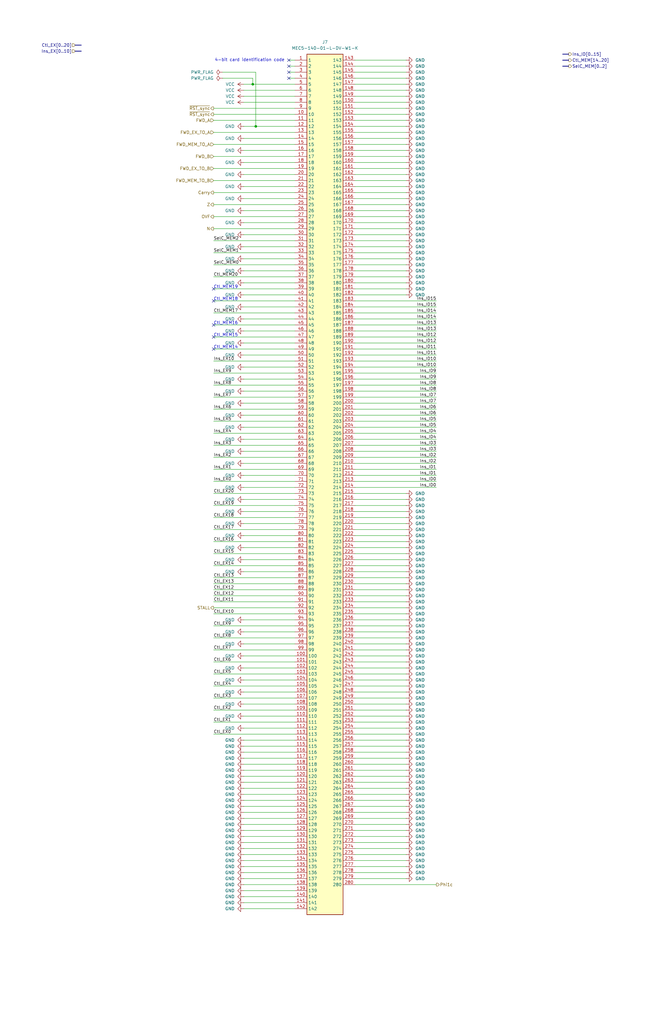
<source format=kicad_sch>
(kicad_sch (version 20250114) (generator "eeschema") (generator_version "9.0")
  (paper "USLedger" portrait)
  (title_block (date "2025-07-11") (rev "A"))
  (text "Ctl_MEM16" (at 90.17 137.16 0) (effects (font (size 1.27 1.27)) (justify left bottom)))
  (text "Ctl_MEM15" (at 90.17 142.24 0) (effects (font (size 1.27 1.27)) (justify left bottom)))
  (text "Ctl_MEM19" (at 90.17 121.92 0) (effects (font (size 1.27 1.27)) (justify left bottom)))
  (text "Ctl_MEM18" (at 90.17 127 0) (effects (font (size 1.27 1.27)) (justify left bottom)))
  (text "Ctl_MEM14" (at 90.17 147.32 0) (effects (font (size 1.27 1.27)) (justify left bottom)))
  (text "4-bit card identification code" (at 120.142 25.4 0) (effects (font (size 1.27 1.27)) (justify right)))
  (junction (at 106.68 35.56))
  (junction (at 107.95 53.34))
  (no_connect (at 121.92 30.48))
  (no_connect (at 90.17 137.16))
  (no_connect (at 121.92 27.94))
  (no_connect (at 90.17 142.24))
  (no_connect (at 90.17 121.92))
  (no_connect (at 90.17 147.32))
  (no_connect (at 90.17 127))
  (no_connect (at 121.92 33.02))
  (no_connect (at 121.92 25.4))
  (wire (pts (xy 102.87 170.18) (xy 124.46 170.18)))
  (wire (pts (xy 171.45 274.32) (xy 149.86 274.32)))
  (wire (pts (xy 171.45 119.38) (xy 149.86 119.38)))
  (wire (pts (xy 171.45 43.18) (xy 149.86 43.18)))
  (bus (pts (xy 240.03 22.86) (xy 237.49 22.86)))
  (wire (pts (xy 102.87 185.42) (xy 124.46 185.42)))
  (wire (pts (xy 102.87 347.98) (xy 124.46 347.98)))
  (wire (pts (xy 171.45 358.14) (xy 149.86 358.14)))
  (wire (pts (xy 171.45 347.98) (xy 149.86 347.98)))
  (wire (pts (xy 102.87 63.5) (xy 124.46 63.5)))
  (bus (pts (xy 240.03 25.4) (xy 237.49 25.4)))
  (wire (pts (xy 171.45 345.44) (xy 149.86 345.44)))
  (wire (pts (xy 102.87 370.84) (xy 124.46 370.84)))
  (wire (pts (xy 171.45 261.62) (xy 149.86 261.62)))
  (wire (pts (xy 171.45 25.4) (xy 149.86 25.4)))
  (wire (pts (xy 184.15 129.54) (xy 149.86 129.54)))
  (wire (pts (xy 102.87 378.46) (xy 124.46 378.46)))
  (wire (pts (xy 184.15 134.62) (xy 149.86 134.62)))
  (wire (pts (xy 102.87 337.82) (xy 124.46 337.82)))
  (wire (pts (xy 90.17 289.56) (xy 124.46 289.56)))
  (wire (pts (xy 90.17 177.8) (xy 124.46 177.8)))
  (wire (pts (xy 171.45 121.92) (xy 149.86 121.92)))
  (wire (pts (xy 184.15 190.5) (xy 149.86 190.5)))
  (wire (pts (xy 184.15 139.7) (xy 149.86 139.7)))
  (wire (pts (xy 171.45 355.6) (xy 149.86 355.6)))
  (wire (pts (xy 102.87 317.5) (xy 124.46 317.5)))
  (wire (pts (xy 102.87 342.9) (xy 124.46 342.9)))
  (wire (pts (xy 171.45 210.82) (xy 149.86 210.82)))
  (wire (pts (xy 171.45 312.42) (xy 149.86 312.42)))
  (wire (pts (xy 102.87 368.3) (xy 124.46 368.3)))
  (wire (pts (xy 90.17 162.56) (xy 124.46 162.56)))
  (wire (pts (xy 102.87 381) (xy 124.46 381)))
  (wire (pts (xy 90.17 106.68) (xy 124.46 106.68)))
  (wire (pts (xy 102.87 53.34) (xy 107.95 53.34)))
  (wire (pts (xy 184.15 200.66) (xy 149.86 200.66)))
  (wire (pts (xy 184.15 172.72) (xy 149.86 172.72)))
  (wire (pts (xy 102.87 134.62) (xy 124.46 134.62)))
  (wire (pts (xy 102.87 307.34) (xy 124.46 307.34)))
  (wire (pts (xy 171.45 48.26) (xy 149.86 48.26)))
  (wire (pts (xy 102.87 383.54) (xy 124.46 383.54)))
  (wire (pts (xy 90.17 55.88) (xy 124.46 55.88)))
  (wire (pts (xy 184.15 195.58) (xy 149.86 195.58)))
  (wire (pts (xy 184.15 198.12) (xy 149.86 198.12)))
  (wire (pts (xy 90.17 254) (xy 124.46 254)))
  (wire (pts (xy 102.87 144.78) (xy 124.46 144.78)))
  (wire (pts (xy 171.45 307.34) (xy 149.86 307.34)))
  (wire (pts (xy 171.45 325.12) (xy 149.86 325.12)))
  (bus (pts (xy 240.03 27.94) (xy 237.49 27.94)))
  (wire (pts (xy 184.15 165.1) (xy 149.86 165.1)))
  (wire (pts (xy 106.68 33.02) (xy 106.68 35.56)))
  (wire (pts (xy 90.17 60.96) (xy 124.46 60.96)))
  (wire (pts (xy 171.45 213.36) (xy 149.86 213.36)))
  (wire (pts (xy 171.45 350.52) (xy 149.86 350.52)))
  (wire (pts (xy 102.87 322.58) (xy 124.46 322.58)))
  (wire (pts (xy 102.87 302.26) (xy 124.46 302.26)))
  (wire (pts (xy 102.87 43.18) (xy 124.46 43.18)))
  (wire (pts (xy 184.15 177.8) (xy 149.86 177.8)))
  (wire (pts (xy 90.17 81.28) (xy 124.46 81.28)))
  (wire (pts (xy 171.45 76.2) (xy 149.86 76.2)))
  (wire (pts (xy 171.45 208.28) (xy 149.86 208.28)))
  (wire (pts (xy 90.17 66.04) (xy 124.46 66.04)))
  (wire (pts (xy 90.17 251.46) (xy 124.46 251.46)))
  (wire (pts (xy 90.17 182.88) (xy 124.46 182.88)))
  (wire (pts (xy 102.87 124.46) (xy 124.46 124.46)))
  (wire (pts (xy 102.87 281.94) (xy 124.46 281.94)))
  (wire (pts (xy 102.87 375.92) (xy 124.46 375.92)))
  (wire (pts (xy 171.45 370.84) (xy 149.86 370.84)))
  (wire (pts (xy 171.45 320.04) (xy 149.86 320.04)))
  (wire (pts (xy 171.45 256.54) (xy 149.86 256.54)))
  (wire (pts (xy 90.17 269.24) (xy 124.46 269.24)))
  (wire (pts (xy 171.45 215.9) (xy 149.86 215.9)))
  (wire (pts (xy 102.87 312.42) (xy 124.46 312.42)))
  (wire (pts (xy 171.45 83.82) (xy 149.86 83.82)))
  (wire (pts (xy 184.15 182.88) (xy 149.86 182.88)))
  (wire (pts (xy 102.87 195.58) (xy 124.46 195.58)))
  (wire (pts (xy 121.92 30.48) (xy 124.46 30.48)))
  (wire (pts (xy 102.87 175.26) (xy 124.46 175.26)))
  (wire (pts (xy 102.87 327.66) (xy 124.46 327.66)))
  (wire (pts (xy 90.17 172.72) (xy 124.46 172.72)))
  (wire (pts (xy 171.45 243.84) (xy 149.86 243.84)))
  (wire (pts (xy 184.15 167.64) (xy 149.86 167.64)))
  (wire (pts (xy 171.45 35.56) (xy 149.86 35.56)))
  (wire (pts (xy 102.87 129.54) (xy 124.46 129.54)))
  (wire (pts (xy 102.87 68.58) (xy 124.46 68.58)))
  (wire (pts (xy 102.87 149.86) (xy 124.46 149.86)))
  (wire (pts (xy 102.87 99.06) (xy 124.46 99.06)))
  (wire (pts (xy 102.87 365.76) (xy 124.46 365.76)))
  (wire (pts (xy 121.92 25.4) (xy 124.46 25.4)))
  (wire (pts (xy 171.45 88.9) (xy 149.86 88.9)))
  (wire (pts (xy 106.68 35.56) (xy 124.46 35.56)))
  (wire (pts (xy 184.15 147.32) (xy 149.86 147.32)))
  (wire (pts (xy 171.45 45.72) (xy 149.86 45.72)))
  (wire (pts (xy 171.45 317.5) (xy 149.86 317.5)))
  (wire (pts (xy 184.15 187.96) (xy 149.86 187.96)))
  (wire (pts (xy 90.17 96.52) (xy 124.46 96.52)))
  (wire (pts (xy 171.45 228.6) (xy 149.86 228.6)))
  (wire (pts (xy 171.45 251.46) (xy 149.86 251.46)))
  (wire (pts (xy 171.45 287.02) (xy 149.86 287.02)))
  (wire (pts (xy 171.45 335.28) (xy 149.86 335.28)))
  (wire (pts (xy 102.87 165.1) (xy 124.46 165.1)))
  (wire (pts (xy 184.15 144.78) (xy 149.86 144.78)))
  (wire (pts (xy 184.15 157.48) (xy 149.86 157.48)))
  (wire (pts (xy 90.17 243.84) (xy 124.46 243.84)))
  (wire (pts (xy 102.87 200.66) (xy 124.46 200.66)))
  (wire (pts (xy 184.15 185.42) (xy 149.86 185.42)))
  (wire (pts (xy 102.87 360.68) (xy 124.46 360.68)))
  (wire (pts (xy 102.87 350.52) (xy 124.46 350.52)))
  (wire (pts (xy 171.45 58.42) (xy 149.86 58.42)))
  (wire (pts (xy 171.45 38.1) (xy 149.86 38.1)))
  (wire (pts (xy 90.17 86.36) (xy 124.46 86.36)))
  (wire (pts (xy 102.87 363.22) (xy 124.46 363.22)))
  (wire (pts (xy 102.87 38.1) (xy 124.46 38.1)))
  (wire (pts (xy 121.92 27.94) (xy 124.46 27.94)))
  (wire (pts (xy 102.87 340.36) (xy 124.46 340.36)))
  (wire (pts (xy 171.45 99.06) (xy 149.86 99.06)))
  (bus (pts (xy 31.75 21.59) (xy 34.29 21.59)))
  (wire (pts (xy 102.87 109.22) (xy 124.46 109.22)))
  (wire (pts (xy 90.17 91.44) (xy 124.46 91.44)))
  (wire (pts (xy 171.45 241.3) (xy 149.86 241.3)))
  (wire (pts (xy 102.87 139.7) (xy 124.46 139.7)))
  (wire (pts (xy 90.17 137.16) (xy 124.46 137.16)))
  (wire (pts (xy 102.87 226.06) (xy 124.46 226.06)))
  (wire (pts (xy 171.45 106.68) (xy 149.86 106.68)))
  (wire (pts (xy 90.17 187.96) (xy 124.46 187.96)))
  (wire (pts (xy 102.87 88.9) (xy 124.46 88.9)))
  (wire (pts (xy 184.15 170.18) (xy 149.86 170.18)))
  (wire (pts (xy 90.17 233.68) (xy 124.46 233.68)))
  (wire (pts (xy 102.87 335.28) (xy 124.46 335.28)))
  (wire (pts (xy 184.15 127) (xy 149.86 127)))
  (wire (pts (xy 90.17 167.64) (xy 124.46 167.64)))
  (wire (pts (xy 93.98 30.48) (xy 107.95 30.48)))
  (wire (pts (xy 90.17 152.4) (xy 124.46 152.4)))
  (wire (pts (xy 171.45 233.68) (xy 149.86 233.68)))
  (wire (pts (xy 171.45 66.04) (xy 149.86 66.04)))
  (wire (pts (xy 102.87 78.74) (xy 124.46 78.74)))
  (wire (pts (xy 171.45 81.28) (xy 149.86 81.28)))
  (wire (pts (xy 171.45 353.06) (xy 149.86 353.06)))
  (wire (pts (xy 171.45 60.96) (xy 149.86 60.96)))
  (wire (pts (xy 102.87 58.42) (xy 124.46 58.42)))
  (wire (pts (xy 171.45 302.26) (xy 149.86 302.26)))
  (wire (pts (xy 171.45 109.22) (xy 149.86 109.22)))
  (wire (pts (xy 171.45 40.64) (xy 149.86 40.64)))
  (wire (pts (xy 171.45 124.46) (xy 149.86 124.46)))
  (wire (pts (xy 90.17 121.92) (xy 124.46 121.92)))
  (wire (pts (xy 171.45 279.4) (xy 149.86 279.4)))
  (wire (pts (xy 171.45 218.44) (xy 149.86 218.44)))
  (wire (pts (xy 102.87 261.62) (xy 124.46 261.62)))
  (wire (pts (xy 171.45 50.8) (xy 149.86 50.8)))
  (wire (pts (xy 171.45 63.5) (xy 149.86 63.5)))
  (wire (pts (xy 171.45 55.88) (xy 149.86 55.88)))
  (wire (pts (xy 171.45 337.82) (xy 149.86 337.82)))
  (wire (pts (xy 102.87 355.6) (xy 124.46 355.6)))
  (wire (pts (xy 171.45 292.1) (xy 149.86 292.1)))
  (wire (pts (xy 90.17 157.48) (xy 124.46 157.48)))
  (wire (pts (xy 90.17 218.44) (xy 124.46 218.44)))
  (wire (pts (xy 171.45 332.74) (xy 149.86 332.74)))
  (wire (pts (xy 90.17 132.08) (xy 124.46 132.08)))
  (wire (pts (xy 90.17 76.2) (xy 124.46 76.2)))
  (wire (pts (xy 90.17 259.08) (xy 124.46 259.08)))
  (wire (pts (xy 90.17 127) (xy 124.46 127)))
  (wire (pts (xy 90.17 71.12) (xy 124.46 71.12)))
  (wire (pts (xy 171.45 342.9) (xy 149.86 342.9)))
  (wire (pts (xy 171.45 330.2) (xy 149.86 330.2)))
  (wire (pts (xy 171.45 294.64) (xy 149.86 294.64)))
  (wire (pts (xy 90.17 299.72) (xy 124.46 299.72)))
  (wire (pts (xy 90.17 142.24) (xy 124.46 142.24)))
  (wire (pts (xy 171.45 266.7) (xy 149.86 266.7)))
  (wire (pts (xy 102.87 358.14) (xy 124.46 358.14)))
  (wire (pts (xy 90.17 256.54) (xy 124.46 256.54)))
  (wire (pts (xy 171.45 86.36) (xy 149.86 86.36)))
  (wire (pts (xy 171.45 248.92) (xy 149.86 248.92)))
  (wire (pts (xy 90.17 116.84) (xy 124.46 116.84)))
  (wire (pts (xy 102.87 35.56) (xy 106.68 35.56)))
  (wire (pts (xy 171.45 53.34) (xy 149.86 53.34)))
  (wire (pts (xy 171.45 71.12) (xy 149.86 71.12)))
  (wire (pts (xy 107.95 53.34) (xy 124.46 53.34)))
  (wire (pts (xy 184.15 203.2) (xy 149.86 203.2)))
  (wire (pts (xy 171.45 104.14) (xy 149.86 104.14)))
  (wire (pts (xy 102.87 93.98) (xy 124.46 93.98)))
  (wire (pts (xy 90.17 193.04) (xy 124.46 193.04)))
  (wire (pts (xy 184.15 137.16) (xy 149.86 137.16)))
  (wire (pts (xy 90.17 208.28) (xy 124.46 208.28)))
  (wire (pts (xy 102.87 205.74) (xy 124.46 205.74)))
  (wire (pts (xy 90.17 238.76) (xy 124.46 238.76)))
  (wire (pts (xy 171.45 360.68) (xy 149.86 360.68)))
  (wire (pts (xy 90.17 294.64) (xy 124.46 294.64)))
  (wire (pts (xy 90.17 101.6) (xy 124.46 101.6)))
  (wire (pts (xy 90.17 274.32) (xy 124.46 274.32)))
  (wire (pts (xy 102.87 276.86) (xy 124.46 276.86)))
  (wire (pts (xy 102.87 83.82) (xy 124.46 83.82)))
  (wire (pts (xy 171.45 289.56) (xy 149.86 289.56)))
  (wire (pts (xy 171.45 314.96) (xy 149.86 314.96)))
  (wire (pts (xy 102.87 266.7) (xy 124.46 266.7)))
  (wire (pts (xy 93.98 33.02) (xy 106.68 33.02)))
  (wire (pts (xy 102.87 73.66) (xy 124.46 73.66)))
  (wire (pts (xy 171.45 259.08) (xy 149.86 259.08)))
  (wire (pts (xy 184.15 175.26) (xy 149.86 175.26)))
  (wire (pts (xy 102.87 287.02) (xy 124.46 287.02)))
  (wire (pts (xy 184.15 160.02) (xy 149.86 160.02)))
  (wire (pts (xy 90.17 45.72) (xy 124.46 45.72)))
  (wire (pts (xy 171.45 236.22) (xy 149.86 236.22)))
  (wire (pts (xy 171.45 322.58) (xy 149.86 322.58)))
  (wire (pts (xy 171.45 284.48) (xy 149.86 284.48)))
  (wire (pts (xy 102.87 154.94) (xy 124.46 154.94)))
  (wire (pts (xy 171.45 78.74) (xy 149.86 78.74)))
  (wire (pts (xy 171.45 340.36) (xy 149.86 340.36)))
  (wire (pts (xy 102.87 325.12) (xy 124.46 325.12)))
  (wire (pts (xy 171.45 276.86) (xy 149.86 276.86)))
  (wire (pts (xy 102.87 210.82) (xy 124.46 210.82)))
  (wire (pts (xy 102.87 314.96) (xy 124.46 314.96)))
  (wire (pts (xy 102.87 241.3) (xy 124.46 241.3)))
  (wire (pts (xy 102.87 190.5) (xy 124.46 190.5)))
  (wire (pts (xy 171.45 68.58) (xy 149.86 68.58)))
  (wire (pts (xy 102.87 236.22) (xy 124.46 236.22)))
  (wire (pts (xy 171.45 33.02) (xy 149.86 33.02)))
  (wire (pts (xy 102.87 180.34) (xy 124.46 180.34)))
  (wire (pts (xy 90.17 48.26) (xy 124.46 48.26)))
  (wire (pts (xy 171.45 91.44) (xy 149.86 91.44)))
  (wire (pts (xy 184.15 149.86) (xy 149.86 149.86)))
  (wire (pts (xy 90.17 111.76) (xy 124.46 111.76)))
  (wire (pts (xy 184.15 373.38) (xy 149.86 373.38)))
  (wire (pts (xy 102.87 104.14) (xy 124.46 104.14)))
  (wire (pts (xy 102.87 271.78) (xy 124.46 271.78)))
  (wire (pts (xy 90.17 279.4) (xy 124.46 279.4)))
  (wire (pts (xy 171.45 327.66) (xy 149.86 327.66)))
  (wire (pts (xy 184.15 205.74) (xy 149.86 205.74)))
  (wire (pts (xy 90.17 228.6) (xy 124.46 228.6)))
  (wire (pts (xy 184.15 132.08) (xy 149.86 132.08)))
  (wire (pts (xy 90.17 203.2) (xy 124.46 203.2)))
  (wire (pts (xy 171.45 254) (xy 149.86 254)))
  (wire (pts (xy 184.15 162.56) (xy 149.86 162.56)))
  (wire (pts (xy 171.45 73.66) (xy 149.86 73.66)))
  (wire (pts (xy 171.45 220.98) (xy 149.86 220.98)))
  (wire (pts (xy 171.45 271.78) (xy 149.86 271.78)))
  (wire (pts (xy 102.87 320.04) (xy 124.46 320.04)))
  (wire (pts (xy 171.45 101.6) (xy 149.86 101.6)))
  (wire (pts (xy 171.45 281.94) (xy 149.86 281.94)))
  (wire (pts (xy 171.45 238.76) (xy 149.86 238.76)))
  (wire (pts (xy 90.17 213.36) (xy 124.46 213.36)))
  (wire (pts (xy 184.15 142.24) (xy 149.86 142.24)))
  (wire (pts (xy 184.15 193.04) (xy 149.86 193.04)))
  (wire (pts (xy 90.17 309.88) (xy 124.46 309.88)))
  (wire (pts (xy 102.87 330.2) (xy 124.46 330.2)))
  (wire (pts (xy 171.45 368.3) (xy 149.86 368.3)))
  (wire (pts (xy 184.15 180.34) (xy 149.86 180.34)))
  (wire (pts (xy 102.87 40.64) (xy 124.46 40.64)))
  (wire (pts (xy 90.17 248.92) (xy 124.46 248.92)))
  (wire (pts (xy 90.17 304.8) (xy 124.46 304.8)))
  (wire (pts (xy 171.45 30.48) (xy 149.86 30.48)))
  (wire (pts (xy 102.87 345.44) (xy 124.46 345.44)))
  (wire (pts (xy 171.45 223.52) (xy 149.86 223.52)))
  (wire (pts (xy 171.45 114.3) (xy 149.86 114.3)))
  (wire (pts (xy 102.87 373.38) (xy 124.46 373.38)))
  (wire (pts (xy 102.87 114.3) (xy 124.46 114.3)))
  (wire (pts (xy 102.87 220.98) (xy 124.46 220.98)))
  (wire (pts (xy 90.17 246.38) (xy 124.46 246.38)))
  (wire (pts (xy 102.87 332.74) (xy 124.46 332.74)))
  (wire (pts (xy 171.45 309.88) (xy 149.86 309.88)))
  (wire (pts (xy 171.45 264.16) (xy 149.86 264.16)))
  (wire (pts (xy 107.95 30.48) (xy 107.95 53.34)))
  (wire (pts (xy 90.17 264.16) (xy 124.46 264.16)))
  (wire (pts (xy 102.87 215.9) (xy 124.46 215.9)))
  (wire (pts (xy 184.15 152.4) (xy 149.86 152.4)))
  (wire (pts (xy 90.17 284.48) (xy 124.46 284.48)))
  (wire (pts (xy 171.45 365.76) (xy 149.86 365.76)))
  (wire (pts (xy 171.45 93.98) (xy 149.86 93.98)))
  (wire (pts (xy 102.87 231.14) (xy 124.46 231.14)))
  (wire (pts (xy 171.45 297.18) (xy 149.86 297.18)))
  (wire (pts (xy 171.45 304.8) (xy 149.86 304.8)))
  (wire (pts (xy 102.87 297.18) (xy 124.46 297.18)))
  (wire (pts (xy 102.87 292.1) (xy 124.46 292.1)))
  (wire (pts (xy 102.87 160.02) (xy 124.46 160.02)))
  (wire (pts (xy 171.45 96.52) (xy 149.86 96.52)))
  (wire (pts (xy 171.45 299.72) (xy 149.86 299.72)))
  (wire (pts (xy 171.45 246.38) (xy 149.86 246.38)))
  (wire (pts (xy 171.45 27.94) (xy 149.86 27.94)))
  (wire (pts (xy 90.17 198.12) (xy 124.46 198.12)))
  (wire (pts (xy 171.45 116.84) (xy 149.86 116.84)))
  (wire (pts (xy 90.17 50.8) (xy 124.46 50.8)))
  (wire (pts (xy 184.15 154.94) (xy 149.86 154.94)))
  (wire (pts (xy 171.45 231.14) (xy 149.86 231.14)))
  (wire (pts (xy 171.45 226.06) (xy 149.86 226.06)))
  (wire (pts (xy 171.45 111.76) (xy 149.86 111.76)))
  (wire (pts (xy 121.92 33.02) (xy 124.46 33.02)))
  (wire (pts (xy 102.87 119.38) (xy 124.46 119.38)))
  (bus (pts (xy 31.75 19.05) (xy 34.29 19.05)))
  (wire (pts (xy 90.17 223.52) (xy 124.46 223.52)))
  (wire (pts (xy 171.45 269.24) (xy 149.86 269.24)))
  (wire (pts (xy 171.45 363.22) (xy 149.86 363.22)))
  (wire (pts (xy 90.17 147.32) (xy 124.46 147.32)))
  (wire (pts (xy 102.87 353.06) (xy 124.46 353.06)))
  (label "Ins_EX6" (at 90.17 172.72 0))
  (label "Ins_ID1" (at 184.15 200.66 180))
  (label "Ins_ID6" (at 184.15 175.26 180))
  (label "Ctl_EX6" (at 90.17 279.4 0))
  (label "Ins_EX0" (at 90.17 203.2 0))
  (label "Ins_ID10" (at 184.15 152.4 180))
  (label "SelC_MEM1" (at 90.17 106.68 0))
  (label "Ins_ID2" (at 184.15 195.58 180))
  (label "Ctl_EX11" (at 90.17 254 0))
  (label "Ins_EX1" (at 90.17 198.12 0))
  (label "Ctl_EX12" (at 90.17 248.92 0))
  (label "Ins_ID14" (at 184.15 134.62 180))
  (label "Ins_EX8" (at 90.17 162.56 0))
  (label "Ctl_EX2" (at 90.17 299.72 0))
  (label "Ctl_EX5" (at 90.17 284.48 0))
  (label "Ins_ID0" (at 184.15 205.74 180))
  (label "Ins_ID0" (at 184.15 203.2 180))
  (label "SelC_MEM0" (at 90.17 111.76 0))
  (label "Ctl_EX18" (at 90.17 218.44 0))
  (label "Ctl_MEM17" (at 90.17 132.08 0))
  (label "SelC_MEM2" (at 90.17 101.6 0))
  (label "Ins_EX5" (at 90.17 177.8 0))
  (label "Ins_ID9" (at 184.15 160.02 180))
  (label "Ctl_EX17" (at 90.17 223.52 0))
  (label "Ins_ID3" (at 184.15 187.96 180))
  (label "Ins_ID15" (at 184.15 127 180))
  (label "Ctl_EX8" (at 90.17 269.24 0))
  (label "Ctl_EX9" (at 90.17 264.16 0))
  (label "Ins_ID11" (at 184.15 149.86 180))
  (label "Ins_EX2" (at 90.17 193.04 0))
  (label "Ctl_EX1" (at 90.17 304.8 0))
  (label "Ins_ID12" (at 184.15 142.24 180))
  (label "Ctl_EX7" (at 90.17 274.32 0))
  (label "Ctl_EX20" (at 90.17 208.28 0))
  (label "Ctl_EX12" (at 90.17 251.46 0))
  (label "Ins_ID2" (at 184.15 193.04 180))
  (label "Ctl_EX14" (at 90.17 238.76 0))
  (label "Ins_ID13" (at 184.15 137.16 180))
  (label "Ins_ID4" (at 184.15 185.42 180))
  (label "Ctl_EX15" (at 90.17 233.68 0))
  (label "Ctl_EX3" (at 90.17 294.64 0))
  (label "Ins_ID8" (at 184.15 165.1 180))
  (label "Ins_EX9" (at 90.17 157.48 0))
  (label "Ctl_EX13" (at 90.17 243.84 0))
  (label "Ins_ID7" (at 184.15 167.64 180))
  (label "Ins_ID5" (at 184.15 180.34 180))
  (label "Ins_ID9" (at 184.15 157.48 180))
  (label "Ins_ID14" (at 184.15 132.08 180))
  (label "Ctl_EX13" (at 90.17 246.38 0))
  (label "Ctl_EX10" (at 90.17 259.08 0))
  (label "Ins_ID10" (at 184.15 154.94 180))
  (label "Ins_EX4" (at 90.17 182.88 0))
  (label "Ctl_EX16" (at 90.17 228.6 0))
  (label "Ins_ID15" (at 184.15 129.54 180))
  (label "Ins_EX3" (at 90.17 187.96 0))
  (label "Ins_EX10" (at 90.17 152.4 0))
  (label "Ins_ID13" (at 184.15 139.7 180))
  (label "Ins_ID3" (at 184.15 190.5 180))
  (label "Ctl_EX0" (at 90.17 309.88 0))
  (label "Ctl_EX4" (at 90.17 289.56 0))
  (label "Ins_ID5" (at 184.15 177.8 180))
  (label "Ctl_MEM20" (at 90.17 116.84 0))
  (label "Ins_ID8" (at 184.15 162.56 180))
  (label "Ins_ID6" (at 184.15 172.72 180))
  (label "Ins_ID4" (at 184.15 182.88 180))
  (label "Ctl_EX19" (at 90.17 213.36 0))
  (label "Ins_ID12" (at 184.15 144.78 180))
  (label "Ins_ID7" (at 184.15 170.18 180))
  (label "Ins_EX7" (at 90.17 167.64 0))
  (label "Ins_ID11" (at 184.15 147.32 180))
  (label "Ins_ID1" (at 184.15 198.12 180))
  (hierarchical_label "Ctl_EX[0..20]" (shape input) (at 31.75 19.05 180))
  (hierarchical_label "N" (shape output) (at 90.17 96.52 180))
  (hierarchical_label "Ins_ID[0..15]" (shape output) (at 240.03 22.86 0))
  (hierarchical_label "FWD_A" (shape input) (at 90.17 50.8 180))
  (hierarchical_label "OVF" (shape output) (at 90.17 91.44 180))
  (hierarchical_label "Ins_EX[0..10]" (shape input) (at 31.75 21.59 180))
  (hierarchical_label "FWD_EX_TO_B" (shape input) (at 90.17 71.12 180))
  (hierarchical_label "SelC_MEM[0..2]" (shape output) (at 240.03 27.94 0))
  (hierarchical_label "FWD_MEM_TO_B" (shape input) (at 90.17 76.2 180))
  (hierarchical_label "~{RST_sync}" (shape output) (at 90.17 48.26 180))
  (hierarchical_label "Z" (shape output) (at 90.17 86.36 180))
  (hierarchical_label "Carry" (shape output) (at 90.17 81.28 180))
  (hierarchical_label "FWD_EX_TO_A" (shape input) (at 90.17 55.88 180))
  (hierarchical_label "STALL" (shape output) (at 90.17 256.54 180))
  (hierarchical_label "Ctl_MEM[14..20]" (shape output) (at 240.03 25.4 0))
  (hierarchical_label "FWD_MEM_TO_A" (shape input) (at 90.17 60.96 180))
  (hierarchical_label "FWD_B" (shape input) (at 90.17 66.04 180))
  (hierarchical_label "Phi1c" (shape output) (at 184.15 373.38 0))
  (hierarchical_label "~{RST_sync}" (shape output) (at 90.17 45.72 180))
  (symbol (lib_id "power:GND") (at 171.45 86.36 90) (mirror x) (unit 1)
    (property "Reference" "#PWR0181" (effects (hide yes)))
    (property "Value" "GND" (at 175.26 86.3599 90) (effects (justify right)))
    (property "Description" "Power symbol creates a global label with name \"GND\" , ground" (effects (hide yes)))
    (instances (project "" (path "" (reference "#PWR0848") (unit 1))) (project "" (path "" (reference "#PWR0181") (unit 1))))
  )
  (symbol (lib_id "power:GND") (at 171.45 99.06 90) (mirror x) (unit 1)
    (property "Reference" "#PWR0186" (effects (hide yes)))
    (property "Value" "GND" (at 175.26 99.0599 90) (effects (justify right)))
    (property "Description" "Power symbol creates a global label with name \"GND\" , ground" (effects (hide yes)))
    (instances (project "" (path "" (reference "#PWR0853") (unit 1))) (project "" (path "" (reference "#PWR0186") (unit 1))))
  )
  (symbol (lib_id "power:GND") (at 171.45 27.94 90) (mirror x) (unit 1)
    (property "Reference" "#PWR0158" (effects (hide yes)))
    (property "Value" "GND" (at 175.26 27.9399 90) (effects (justify right)))
    (property "Description" "Power symbol creates a global label with name \"GND\" , ground" (effects (hide yes)))
    (instances (project "" (path "" (reference "#PWR0832") (unit 1))) (project "" (path "" (reference "#PWR0158") (unit 1))))
  )
  (symbol (lib_id "power:GND") (at 102.87 195.58 270) (unit 1)
    (property "Reference" "#PWR0108" (effects (hide yes)))
    (property "Value" "GND" (at 99.06 195.5799 90) (effects (justify right)))
    (property "Description" "Power symbol creates a global label with name \"GND\" , ground" (effects (hide yes)))
    (instances (project "" (path "" (reference "#PWR0771") (unit 1))) (project "" (path "" (reference "#PWR0108") (unit 1))))
  )
  (symbol (lib_id "power:PWR_FLAG") (at 93.98 33.02 90) (unit 1)
    (property "Reference" "#FLG02" (effects (hide yes)))
    (property "Value" "PWR_FLAG" (at 90.17 33.0199 90) (effects (justify left)))
    (property "Description" "Special symbol for telling ERC where power comes from" (effects (hide yes)))
  )
  (symbol (lib_id "power:GND") (at 171.45 246.38 90) (mirror x) (unit 1)
    (property "Reference" "#PWR0212" (effects (hide yes)))
    (property "Value" "GND" (at 175.26 246.3799 90) (effects (justify right)))
    (property "Description" "Power symbol creates a global label with name \"GND\" , ground" (effects (hide yes)))
    (instances (project "" (path "" (reference "#PWR0879") (unit 1))) (project "" (path "" (reference "#PWR0212") (unit 1))))
  )
  (symbol (lib_id "power:GND") (at 171.45 96.52 90) (mirror x) (unit 1)
    (property "Reference" "#PWR0185" (effects (hide yes)))
    (property "Value" "GND" (at 175.26 96.5199 90) (effects (justify right)))
    (property "Description" "Power symbol creates a global label with name \"GND\" , ground" (effects (hide yes)))
    (instances (project "" (path "" (reference "#PWR0852") (unit 1))) (project "" (path "" (reference "#PWR0185") (unit 1))))
  )
  (symbol (lib_id "power:GND") (at 171.45 256.54 90) (mirror x) (unit 1)
    (property "Reference" "#PWR0216" (effects (hide yes)))
    (property "Value" "GND" (at 175.26 256.5399 90) (effects (justify right)))
    (property "Description" "Power symbol creates a global label with name \"GND\" , ground" (effects (hide yes)))
    (instances (project "" (path "" (reference "#PWR0883") (unit 1))) (project "" (path "" (reference "#PWR0216") (unit 1))))
  )
  (symbol (lib_id "power:GND") (at 102.87 129.54 270) (unit 1)
    (property "Reference" "#PWR095" (effects (hide yes)))
    (property "Value" "GND" (at 99.06 129.5399 90) (effects (justify right)))
    (property "Description" "Power symbol creates a global label with name \"GND\" , ground" (effects (hide yes)))
    (instances (project "" (path "" (reference "#PWR0758") (unit 1))) (project "" (path "" (reference "#PWR095") (unit 1))))
  )
  (symbol (lib_id "power:PWR_FLAG") (at 93.98 30.48 90) (unit 1)
    (property "Reference" "#FLG01" (effects (hide yes)))
    (property "Value" "PWR_FLAG" (at 90.17 30.4799 90) (effects (justify left)))
    (property "Description" "Special symbol for telling ERC where power comes from" (effects (hide yes)))
  )
  (symbol (lib_id "power:GND") (at 102.87 175.26 270) (unit 1)
    (property "Reference" "#PWR0104" (effects (hide yes)))
    (property "Value" "GND" (at 99.06 175.2599 90) (effects (justify right)))
    (property "Description" "Power symbol creates a global label with name \"GND\" , ground" (effects (hide yes)))
    (instances (project "" (path "" (reference "#PWR0767") (unit 1))) (project "" (path "" (reference "#PWR0104") (unit 1))))
  )
  (symbol (lib_id "power:GND") (at 171.45 78.74 90) (mirror x) (unit 1)
    (property "Reference" "#PWR0178" (effects (hide yes)))
    (property "Value" "GND" (at 175.26 78.7399 90) (effects (justify right)))
    (property "Description" "Power symbol creates a global label with name \"GND\" , ground" (effects (hide yes)))
    (instances (project "" (path "" (reference "#PWR0845") (unit 1))) (project "" (path "" (reference "#PWR0178") (unit 1))))
  )
  (symbol (lib_id "power:GND") (at 171.45 104.14 90) (mirror x) (unit 1)
    (property "Reference" "#PWR0188" (effects (hide yes)))
    (property "Value" "GND" (at 175.26 104.1399 90) (effects (justify right)))
    (property "Description" "Power symbol creates a global label with name \"GND\" , ground" (effects (hide yes)))
    (instances (project "" (path "" (reference "#PWR0855") (unit 1))) (project "" (path "" (reference "#PWR0188") (unit 1))))
  )
  (symbol (lib_id "power:GND") (at 171.45 111.76 90) (mirror x) (unit 1)
    (property "Reference" "#PWR0191" (effects (hide yes)))
    (property "Value" "GND" (at 175.26 111.7599 90) (effects (justify right)))
    (property "Description" "Power symbol creates a global label with name \"GND\" , ground" (effects (hide yes)))
    (instances (project "" (path "" (reference "#PWR0866") (unit 1))) (project "" (path "" (reference "#PWR0191") (unit 1))))
  )
  (symbol (lib_id "power:GND") (at 171.45 124.46 90) (mirror x) (unit 1)
    (property "Reference" "#PWR0196" (effects (hide yes)))
    (property "Value" "GND" (at 175.26 124.4599 90) (effects (justify right)))
    (property "Description" "Power symbol creates a global label with name \"GND\" , ground" (effects (hide yes)))
    (instances (project "" (path "" (reference "#PWR0871") (unit 1))) (project "" (path "" (reference "#PWR0196") (unit 1))))
  )
  (symbol (lib_id "power:GND") (at 102.87 287.02 270) (unit 1)
    (property "Reference" "#PWR0123" (effects (hide yes)))
    (property "Value" "GND" (at 99.06 287.0199 90) (effects (justify right)))
    (property "Description" "Power symbol creates a global label with name \"GND\" , ground" (effects (hide yes)))
    (instances (project "" (path "" (reference "#PWR0780") (unit 1))) (project "" (path "" (reference "#PWR0123") (unit 1))))
  )
  (symbol (lib_id "power:GND") (at 102.87 360.68 270) (unit 1)
    (property "Reference" "#PWR0147" (effects (hide yes)))
    (property "Value" "GND" (at 99.06 360.6799 90) (effects (justify right)))
    (property "Description" "Power symbol creates a global label with name \"GND\" , ground" (effects (hide yes)))
    (instances (project "" (path "" (reference "#PWR0820") (unit 1))) (project "" (path "" (reference "#PWR0147") (unit 1))))
  )
  (symbol (lib_id "power:GND") (at 171.45 355.6 90) (mirror x) (unit 1)
    (property "Reference" "#PWR0255" (effects (hide yes)))
    (property "Value" "GND" (at 175.26 355.5999 90) (effects (justify right)))
    (property "Description" "Power symbol creates a global label with name \"GND\" , ground" (effects (hide yes)))
    (instances (project "" (path "" (reference "#PWR0929") (unit 1))) (project "" (path "" (reference "#PWR0255") (unit 1))))
  )
  (symbol (lib_id "power:GND") (at 171.45 309.88 90) (mirror x) (unit 1)
    (property "Reference" "#PWR0237" (effects (hide yes)))
    (property "Value" "GND" (at 175.26 309.8799 90) (effects (justify right)))
    (property "Description" "Power symbol creates a global label with name \"GND\" , ground" (effects (hide yes)))
    (instances (project "" (path "" (reference "#PWR0904") (unit 1))) (project "" (path "" (reference "#PWR0237") (unit 1))))
  )
  (symbol (lib_id "power:GND") (at 102.87 200.66 270) (unit 1)
    (property "Reference" "#PWR0109" (effects (hide yes)))
    (property "Value" "GND" (at 99.06 200.6599 90) (effects (justify right)))
    (property "Description" "Power symbol creates a global label with name \"GND\" , ground" (effects (hide yes)))
    (instances (project "" (path "" (reference "#PWR0772") (unit 1))) (project "" (path "" (reference "#PWR0109") (unit 1))))
  )
  (symbol (lib_id "power:GND") (at 171.45 287.02 90) (mirror x) (unit 1)
    (property "Reference" "#PWR0228" (effects (hide yes)))
    (property "Value" "GND" (at 175.26 287.0199 90) (effects (justify right)))
    (property "Description" "Power symbol creates a global label with name \"GND\" , ground" (effects (hide yes)))
    (instances (project "" (path "" (reference "#PWR0895") (unit 1))) (project "" (path "" (reference "#PWR0228") (unit 1))))
  )
  (symbol (lib_id "power:GND") (at 171.45 106.68 90) (mirror x) (unit 1)
    (property "Reference" "#PWR0189" (effects (hide yes)))
    (property "Value" "GND" (at 175.26 106.6799 90) (effects (justify right)))
    (property "Description" "Power symbol creates a global label with name \"GND\" , ground" (effects (hide yes)))
    (instances (project "" (path "" (reference "#PWR0864") (unit 1))) (project "" (path "" (reference "#PWR0189") (unit 1))))
  )
  (symbol (lib_id "power:GND") (at 102.87 292.1 270) (unit 1)
    (property "Reference" "#PWR0124" (effects (hide yes)))
    (property "Value" "GND" (at 99.06 292.0999 90) (effects (justify right)))
    (property "Description" "Power symbol creates a global label with name \"GND\" , ground" (effects (hide yes)))
    (instances (project "" (path "" (reference "#PWR0781") (unit 1))) (project "" (path "" (reference "#PWR0124") (unit 1))))
  )
  (symbol (lib_id "power:GND") (at 102.87 160.02 270) (unit 1)
    (property "Reference" "#PWR0101" (effects (hide yes)))
    (property "Value" "GND" (at 99.06 160.0199 90) (effects (justify right)))
    (property "Description" "Power symbol creates a global label with name \"GND\" , ground" (effects (hide yes)))
    (instances (project "" (path "" (reference "#PWR0764") (unit 1))) (project "" (path "" (reference "#PWR0101") (unit 1))))
  )
  (symbol (lib_id "power:GND") (at 171.45 350.52 90) (mirror x) (unit 1)
    (property "Reference" "#PWR0253" (effects (hide yes)))
    (property "Value" "GND" (at 175.26 350.5199 90) (effects (justify right)))
    (property "Description" "Power symbol creates a global label with name \"GND\" , ground" (effects (hide yes)))
    (instances (project "" (path "" (reference "#PWR0927") (unit 1))) (project "" (path "" (reference "#PWR0253") (unit 1))))
  )
  (symbol (lib_id "power:GND") (at 102.87 241.3 270) (unit 1)
    (property "Reference" "#PWR0117" (effects (hide yes)))
    (property "Value" "GND" (at 99.06 241.2999 90) (effects (justify right)))
    (property "Description" "Power symbol creates a global label with name \"GND\" , ground" (effects (hide yes)))
    (instances (project "" (path "" (reference "#PWR0788") (unit 1))) (project "" (path "" (reference "#PWR0117") (unit 1))))
  )
  (symbol (lib_id "power:GND") (at 171.45 45.72 90) (mirror x) (unit 1)
    (property "Reference" "#PWR0165" (effects (hide yes)))
    (property "Value" "GND" (at 175.26 45.7199 90) (effects (justify right)))
    (property "Description" "Power symbol creates a global label with name \"GND\" , ground" (effects (hide yes)))
    (instances (project "" (path "" (reference "#PWR0828") (unit 1))) (project "" (path "" (reference "#PWR0165") (unit 1))))
  )
  (symbol (lib_id "power:GND") (at 171.45 281.94 90) (mirror x) (unit 1)
    (property "Reference" "#PWR0226" (effects (hide yes)))
    (property "Value" "GND" (at 175.26 281.9399 90) (effects (justify right)))
    (property "Description" "Power symbol creates a global label with name \"GND\" , ground" (effects (hide yes)))
    (instances (project "" (path "" (reference "#PWR0893") (unit 1))) (project "" (path "" (reference "#PWR0226") (unit 1))))
  )
  (symbol (lib_id "power:GND") (at 171.45 261.62 90) (mirror x) (unit 1)
    (property "Reference" "#PWR0218" (effects (hide yes)))
    (property "Value" "GND" (at 175.26 261.6199 90) (effects (justify right)))
    (property "Description" "Power symbol creates a global label with name \"GND\" , ground" (effects (hide yes)))
    (instances (project "" (path "" (reference "#PWR0885") (unit 1))) (project "" (path "" (reference "#PWR0218") (unit 1))))
  )
  (symbol (lib_id "power:GND") (at 102.87 378.46 270) (unit 1)
    (property "Reference" "#PWR0154" (effects (hide yes)))
    (property "Value" "GND" (at 99.06 378.4599 90) (effects (justify right)))
    (property "Description" "Power symbol creates a global label with name \"GND\" , ground" (effects (hide yes)))
    (instances (project "" (path "" (reference "#PWR0816") (unit 1))) (project "" (path "" (reference "#PWR0154") (unit 1))))
  )
  (symbol (lib_id "power:GND") (at 171.45 297.18 90) (mirror x) (unit 1)
    (property "Reference" "#PWR0232" (effects (hide yes)))
    (property "Value" "GND" (at 175.26 297.1799 90) (effects (justify right)))
    (property "Description" "Power symbol creates a global label with name \"GND\" , ground" (effects (hide yes)))
    (instances (project "" (path "" (reference "#PWR0899") (unit 1))) (project "" (path "" (reference "#PWR0232") (unit 1))))
  )
  (symbol (lib_id "power:GND") (at 102.87 124.46 270) (unit 1)
    (property "Reference" "#PWR094" (effects (hide yes)))
    (property "Value" "GND" (at 99.06 124.4599 90) (effects (justify right)))
    (property "Description" "Power symbol creates a global label with name \"GND\" , ground" (effects (hide yes)))
    (instances (project "" (path "" (reference "#PWR0757") (unit 1))) (project "" (path "" (reference "#PWR094") (unit 1))))
  )
  (symbol (lib_id "power:GND") (at 171.45 210.82 90) (mirror x) (unit 1)
    (property "Reference" "#PWR0198" (effects (hide yes)))
    (property "Value" "GND" (at 175.26 210.8199 90) (effects (justify right)))
    (property "Description" "Power symbol creates a global label with name \"GND\" , ground" (effects (hide yes)))
    (instances (project "" (path "" (reference "#PWR0857") (unit 1))) (project "" (path "" (reference "#PWR0198") (unit 1))))
  )
  (symbol (lib_id "power:GND") (at 171.45 289.56 90) (mirror x) (unit 1)
    (property "Reference" "#PWR0229" (effects (hide yes)))
    (property "Value" "GND" (at 175.26 289.5599 90) (effects (justify right)))
    (property "Description" "Power symbol creates a global label with name \"GND\" , ground" (effects (hide yes)))
    (instances (project "" (path "" (reference "#PWR0896") (unit 1))) (project "" (path "" (reference "#PWR0229") (unit 1))))
  )
  (symbol (lib_id "power:GND") (at 102.87 332.74 270) (unit 1)
    (property "Reference" "#PWR0136" (effects (hide yes)))
    (property "Value" "GND" (at 99.06 332.7399 90) (effects (justify right)))
    (property "Description" "Power symbol creates a global label with name \"GND\" , ground" (effects (hide yes)))
    (instances (project "" (path "" (reference "#PWR0795") (unit 1))) (project "" (path "" (reference "#PWR0136") (unit 1))))
  )
  (symbol (lib_id "power:GND") (at 102.87 281.94 270) (unit 1)
    (property "Reference" "#PWR0122" (effects (hide yes)))
    (property "Value" "GND" (at 99.06 281.9399 90) (effects (justify right)))
    (property "Description" "Power symbol creates a global label with name \"GND\" , ground" (effects (hide yes)))
    (instances (project "" (path "" (reference "#PWR0779") (unit 1))) (project "" (path "" (reference "#PWR0122") (unit 1))))
  )
  (symbol (lib_id "power:GND") (at 102.87 114.3 270) (unit 1)
    (property "Reference" "#PWR092" (effects (hide yes)))
    (property "Value" "GND" (at 99.06 114.2999 90) (effects (justify right)))
    (property "Description" "Power symbol creates a global label with name \"GND\" , ground" (effects (hide yes)))
    (instances (project "" (path "" (reference "#PWR0755") (unit 1))) (project "" (path "" (reference "#PWR092") (unit 1))))
  )
  (symbol (lib_id "power:GND") (at 171.45 223.52 90) (mirror x) (unit 1)
    (property "Reference" "#PWR0203" (effects (hide yes)))
    (property "Value" "GND" (at 175.26 223.5199 90) (effects (justify right)))
    (property "Description" "Power symbol creates a global label with name \"GND\" , ground" (effects (hide yes)))
    (instances (project "" (path "" (reference "#PWR0862") (unit 1))) (project "" (path "" (reference "#PWR0203") (unit 1))))
  )
  (symbol (lib_id "power:GND") (at 171.45 215.9 90) (mirror x) (unit 1)
    (property "Reference" "#PWR0200" (effects (hide yes)))
    (property "Value" "GND" (at 175.26 215.8999 90) (effects (justify right)))
    (property "Description" "Power symbol creates a global label with name \"GND\" , ground" (effects (hide yes)))
    (instances (project "" (path "" (reference "#PWR0859") (unit 1))) (project "" (path "" (reference "#PWR0200") (unit 1))))
  )
  (symbol (lib_id "power:GND") (at 171.45 53.34 90) (mirror x) (unit 1)
    (property "Reference" "#PWR0168" (effects (hide yes)))
    (property "Value" "GND" (at 175.26 53.3399 90) (effects (justify right)))
    (property "Description" "Power symbol creates a global label with name \"GND\" , ground" (effects (hide yes)))
    (instances (project "" (path "" (reference "#PWR0837") (unit 1))) (project "" (path "" (reference "#PWR0168") (unit 1))))
  )
  (symbol (lib_id "power:GND") (at 102.87 220.98 270) (unit 1)
    (property "Reference" "#PWR0113" (effects (hide yes)))
    (property "Value" "GND" (at 99.06 220.9799 90) (effects (justify right)))
    (property "Description" "Power symbol creates a global label with name \"GND\" , ground" (effects (hide yes)))
    (instances (project "" (path "" (reference "#PWR0784") (unit 1))) (project "" (path "" (reference "#PWR0113") (unit 1))))
  )
  (symbol (lib_id "power:GND") (at 102.87 383.54 270) (unit 1)
    (property "Reference" "#PWR0156" (effects (hide yes)))
    (property "Value" "GND" (at 99.06 383.5399 90) (effects (justify right)))
    (property "Description" "Power symbol creates a global label with name \"GND\" , ground" (effects (hide yes)))
    (instances (project "" (path "" (reference "#PWR0817") (unit 1))) (project "" (path "" (reference "#PWR0156") (unit 1))))
  )
  (symbol (lib_id "power:GND") (at 171.45 88.9 90) (mirror x) (unit 1)
    (property "Reference" "#PWR0182" (effects (hide yes)))
    (property "Value" "GND" (at 175.26 88.8999 90) (effects (justify right)))
    (property "Description" "Power symbol creates a global label with name \"GND\" , ground" (effects (hide yes)))
    (instances (project "" (path "" (reference "#PWR0849") (unit 1))) (project "" (path "" (reference "#PWR0182") (unit 1))))
  )
  (symbol (lib_id "power:GND") (at 102.87 88.9 270) (unit 1)
    (property "Reference" "#PWR087" (effects (hide yes)))
    (property "Value" "GND" (at 99.06 88.8999 90) (effects (justify right)))
    (property "Description" "Power symbol creates a global label with name \"GND\" , ground" (effects (hide yes)))
    (instances (project "" (path "" (reference "#PWR0750") (unit 1))) (project "" (path "" (reference "#PWR087") (unit 1))))
  )
  (symbol (lib_id "power:GND") (at 171.45 271.78 90) (mirror x) (unit 1)
    (property "Reference" "#PWR0222" (effects (hide yes)))
    (property "Value" "GND" (at 175.26 271.7799 90) (effects (justify right)))
    (property "Description" "Power symbol creates a global label with name \"GND\" , ground" (effects (hide yes)))
    (instances (project "" (path "" (reference "#PWR0889") (unit 1))) (project "" (path "" (reference "#PWR0222") (unit 1))))
  )
  (symbol (lib_id "power:GND") (at 171.45 332.74 90) (mirror x) (unit 1)
    (property "Reference" "#PWR0246" (effects (hide yes)))
    (property "Value" "GND" (at 175.26 332.7399 90) (effects (justify right)))
    (property "Description" "Power symbol creates a global label with name \"GND\" , ground" (effects (hide yes)))
    (instances (project "" (path "" (reference "#PWR0913") (unit 1))) (project "" (path "" (reference "#PWR0246") (unit 1))))
  )
  (symbol (lib_id "power:GND") (at 102.87 355.6 270) (unit 1)
    (property "Reference" "#PWR0145" (effects (hide yes)))
    (property "Value" "GND" (at 99.06 355.5999 90) (effects (justify right)))
    (property "Description" "Power symbol creates a global label with name \"GND\" , ground" (effects (hide yes)))
    (instances (project "" (path "" (reference "#PWR0819") (unit 1))) (project "" (path "" (reference "#PWR0145") (unit 1))))
  )
  (symbol (lib_id "power:GND") (at 171.45 322.58 90) (mirror x) (unit 1)
    (property "Reference" "#PWR0242" (effects (hide yes)))
    (property "Value" "GND" (at 175.26 322.5799 90) (effects (justify right)))
    (property "Description" "Power symbol creates a global label with name \"GND\" , ground" (effects (hide yes)))
    (instances (project "" (path "" (reference "#PWR0909") (unit 1))) (project "" (path "" (reference "#PWR0242") (unit 1))))
  )
  (symbol (lib_id "power:GND") (at 102.87 210.82 270) (unit 1)
    (property "Reference" "#PWR0111" (effects (hide yes)))
    (property "Value" "GND" (at 99.06 210.8199 90) (effects (justify right)))
    (property "Description" "Power symbol creates a global label with name \"GND\" , ground" (effects (hide yes)))
    (instances (project "" (path "" (reference "#PWR0774") (unit 1))) (project "" (path "" (reference "#PWR0111") (unit 1))))
  )
  (symbol (lib_id "power:GND") (at 102.87 317.5 270) (unit 1)
    (property "Reference" "#PWR0130" (effects (hide yes)))
    (property "Value" "GND" (at 99.06 317.4999 90) (effects (justify right)))
    (property "Description" "Power symbol creates a global label with name \"GND\" , ground" (effects (hide yes)))
    (instances (project "" (path "" (reference "#PWR0792") (unit 1))) (project "" (path "" (reference "#PWR0130") (unit 1))))
  )
  (symbol (lib_id "power:GND") (at 102.87 365.76 270) (unit 1)
    (property "Reference" "#PWR0149" (effects (hide yes)))
    (property "Value" "GND" (at 99.06 365.7599 90) (effects (justify right)))
    (property "Description" "Power symbol creates a global label with name \"GND\" , ground" (effects (hide yes)))
    (instances (project "" (path "" (reference "#PWR0821") (unit 1))) (project "" (path "" (reference "#PWR0149") (unit 1))))
  )
  (symbol (lib_id "power:GND") (at 171.45 248.92 90) (mirror x) (unit 1)
    (property "Reference" "#PWR0213" (effects (hide yes)))
    (property "Value" "GND" (at 175.26 248.9199 90) (effects (justify right)))
    (property "Description" "Power symbol creates a global label with name \"GND\" , ground" (effects (hide yes)))
    (instances (project "" (path "" (reference "#PWR0880") (unit 1))) (project "" (path "" (reference "#PWR0213") (unit 1))))
  )
  (symbol (lib_id "power:GND") (at 171.45 340.36 90) (mirror x) (unit 1)
    (property "Reference" "#PWR0249" (effects (hide yes)))
    (property "Value" "GND" (at 175.26 340.3599 90) (effects (justify right)))
    (property "Description" "Power symbol creates a global label with name \"GND\" , ground" (effects (hide yes)))
    (instances (project "" (path "" (reference "#PWR0916") (unit 1))) (project "" (path "" (reference "#PWR0249") (unit 1))))
  )
  (symbol (lib_id "power:GND") (at 171.45 360.68 90) (mirror x) (unit 1)
    (property "Reference" "#PWR0257" (effects (hide yes)))
    (property "Value" "GND" (at 175.26 360.6799 90) (effects (justify right)))
    (property "Description" "Power symbol creates a global label with name \"GND\" , ground" (effects (hide yes)))
    (instances (project "" (path "" (reference "#PWR0931") (unit 1))) (project "" (path "" (reference "#PWR0257") (unit 1))))
  )
  (symbol (lib_id "power:GND") (at 102.87 119.38 270) (unit 1)
    (property "Reference" "#PWR093" (effects (hide yes)))
    (property "Value" "GND" (at 99.06 119.3799 90) (effects (justify right)))
    (property "Description" "Power symbol creates a global label with name \"GND\" , ground" (effects (hide yes)))
    (instances (project "" (path "" (reference "#PWR0756") (unit 1))) (project "" (path "" (reference "#PWR093") (unit 1))))
  )
  (symbol (lib_id "power:GND") (at 171.45 30.48 90) (mirror x) (unit 1)
    (property "Reference" "#PWR0159" (effects (hide yes)))
    (property "Value" "GND" (at 175.26 30.4799 90) (effects (justify right)))
    (property "Description" "Power symbol creates a global label with name \"GND\" , ground" (effects (hide yes)))
    (instances (project "" (path "" (reference "#PWR0825") (unit 1))) (project "" (path "" (reference "#PWR0159") (unit 1))))
  )
  (symbol (lib_id "power:GND") (at 171.45 71.12 90) (mirror x) (unit 1)
    (property "Reference" "#PWR0175" (effects (hide yes)))
    (property "Value" "GND" (at 175.26 71.1199 90) (effects (justify right)))
    (property "Description" "Power symbol creates a global label with name \"GND\" , ground" (effects (hide yes)))
    (instances (project "" (path "" (reference "#PWR0842") (unit 1))) (project "" (path "" (reference "#PWR0175") (unit 1))))
  )
  (symbol (lib_id "power:GND") (at 171.45 292.1 90) (mirror x) (unit 1)
    (property "Reference" "#PWR0230" (effects (hide yes)))
    (property "Value" "GND" (at 175.26 292.0999 90) (effects (justify right)))
    (property "Description" "Power symbol creates a global label with name \"GND\" , ground" (effects (hide yes)))
    (instances (project "" (path "" (reference "#PWR0897") (unit 1))) (project "" (path "" (reference "#PWR0230") (unit 1))))
  )
  (symbol (lib_id "power:GND") (at 102.87 307.34 270) (unit 1)
    (property "Reference" "#PWR0127" (effects (hide yes)))
    (property "Value" "GND" (at 99.06 307.3399 90) (effects (justify right)))
    (property "Description" "Power symbol creates a global label with name \"GND\" , ground" (effects (hide yes)))
    (instances (project "" (path "" (reference "#PWR0790") (unit 1))) (project "" (path "" (reference "#PWR0127") (unit 1))))
  )
  (symbol (lib_id "power:GND") (at 102.87 215.9 270) (unit 1)
    (property "Reference" "#PWR0112" (effects (hide yes)))
    (property "Value" "GND" (at 99.06 215.8999 90) (effects (justify right)))
    (property "Description" "Power symbol creates a global label with name \"GND\" , ground" (effects (hide yes)))
    (instances (project "" (path "" (reference "#PWR0783") (unit 1))) (project "" (path "" (reference "#PWR0112") (unit 1))))
  )
  (symbol (lib_id "power:GND") (at 102.87 302.26 270) (unit 1)
    (property "Reference" "#PWR0126" (effects (hide yes)))
    (property "Value" "GND" (at 99.06 302.2599 90) (effects (justify right)))
    (property "Description" "Power symbol creates a global label with name \"GND\" , ground" (effects (hide yes)))
    (instances (project "" (path "" (reference "#PWR0789") (unit 1))) (project "" (path "" (reference "#PWR0126") (unit 1))))
  )
  (symbol (lib_id "power:VCC") (at 102.87 40.64 90) (unit 1)
    (property "Reference" "#PWR078" (effects (hide yes)))
    (property "Value" "VCC" (at 99.06 40.6399 90) (effects (justify left)))
    (property "Description" "Power symbol creates a global label with name \"VCC\"" (effects (hide yes)))
    (instances (project "" (path "" (reference "#PWR0208") (unit 1))) (project "" (path "" (reference "#PWR078") (unit 1))))
  )
  (symbol (lib_id "power:GND") (at 102.87 375.92 270) (unit 1)
    (property "Reference" "#PWR0153" (effects (hide yes)))
    (property "Value" "GND" (at 99.06 375.9199 90) (effects (justify right)))
    (property "Description" "Power symbol creates a global label with name \"GND\" , ground" (effects (hide yes)))
    (instances (project "" (path "" (reference "#PWR0823") (unit 1))) (project "" (path "" (reference "#PWR0153") (unit 1))))
  )
  (symbol (lib_id "power:GND") (at 171.45 116.84 90) (mirror x) (unit 1)
    (property "Reference" "#PWR0193" (effects (hide yes)))
    (property "Value" "GND" (at 175.26 116.8399 90) (effects (justify right)))
    (property "Description" "Power symbol creates a global label with name \"GND\" , ground" (effects (hide yes)))
    (instances (project "" (path "" (reference "#PWR0868") (unit 1))) (project "" (path "" (reference "#PWR0193") (unit 1))))
  )
  (symbol (lib_id "power:GND") (at 171.45 276.86 90) (mirror x) (unit 1)
    (property "Reference" "#PWR0224" (effects (hide yes)))
    (property "Value" "GND" (at 175.26 276.8599 90) (effects (justify right)))
    (property "Description" "Power symbol creates a global label with name \"GND\" , ground" (effects (hide yes)))
    (instances (project "" (path "" (reference "#PWR0891") (unit 1))) (project "" (path "" (reference "#PWR0224") (unit 1))))
  )
  (symbol (lib_id "power:GND") (at 102.87 134.62 270) (unit 1)
    (property "Reference" "#PWR096" (effects (hide yes)))
    (property "Value" "GND" (at 99.06 134.6199 90) (effects (justify right)))
    (property "Description" "Power symbol creates a global label with name \"GND\" , ground" (effects (hide yes)))
    (instances (project "" (path "" (reference "#PWR0759") (unit 1))) (project "" (path "" (reference "#PWR096") (unit 1))))
  )
  (symbol (lib_id "power:GND") (at 171.45 55.88 90) (mirror x) (unit 1)
    (property "Reference" "#PWR0169" (effects (hide yes)))
    (property "Value" "GND" (at 175.26 55.8799 90) (effects (justify right)))
    (property "Description" "Power symbol creates a global label with name \"GND\" , ground" (effects (hide yes)))
    (instances (project "" (path "" (reference "#PWR0830") (unit 1))) (project "" (path "" (reference "#PWR0169") (unit 1))))
  )
  (symbol (lib_id "power:GND") (at 102.87 261.62 270) (unit 1)
    (property "Reference" "#PWR0118" (effects (hide yes)))
    (property "Value" "GND" (at 99.06 261.6199 90) (effects (justify right)))
    (property "Description" "Power symbol creates a global label with name \"GND\" , ground" (effects (hide yes)))
    (instances (project "" (path "" (reference "#PWR0775") (unit 1))) (project "" (path "" (reference "#PWR0118") (unit 1))))
  )
  (symbol (lib_id "power:GND") (at 171.45 114.3 90) (mirror x) (unit 1)
    (property "Reference" "#PWR0192" (effects (hide yes)))
    (property "Value" "GND" (at 175.26 114.2999 90) (effects (justify right)))
    (property "Description" "Power symbol creates a global label with name \"GND\" , ground" (effects (hide yes)))
    (instances (project "" (path "" (reference "#PWR0867") (unit 1))) (project "" (path "" (reference "#PWR0192") (unit 1))))
  )
  (symbol (lib_id "power:GND") (at 102.87 297.18 270) (unit 1)
    (property "Reference" "#PWR0125" (effects (hide yes)))
    (property "Value" "GND" (at 99.06 297.1799 90) (effects (justify right)))
    (property "Description" "Power symbol creates a global label with name \"GND\" , ground" (effects (hide yes)))
    (instances (project "" (path "" (reference "#PWR0782") (unit 1))) (project "" (path "" (reference "#PWR0125") (unit 1))))
  )
  (symbol (lib_id "power:GND") (at 171.45 342.9 90) (mirror x) (unit 1)
    (property "Reference" "#PWR0250" (effects (hide yes)))
    (property "Value" "GND" (at 175.26 342.8999 90) (effects (justify right)))
    (property "Description" "Power symbol creates a global label with name \"GND\" , ground" (effects (hide yes)))
    (instances (project "" (path "" (reference "#PWR0917") (unit 1))) (project "" (path "" (reference "#PWR0250") (unit 1))))
  )
  (symbol (lib_id "power:GND") (at 171.45 254 90) (mirror x) (unit 1)
    (property "Reference" "#PWR0215" (effects (hide yes)))
    (property "Value" "GND" (at 175.26 253.9999 90) (effects (justify right)))
    (property "Description" "Power symbol creates a global label with name \"GND\" , ground" (effects (hide yes)))
    (instances (project "" (path "" (reference "#PWR0882") (unit 1))) (project "" (path "" (reference "#PWR0215") (unit 1))))
  )
  (symbol (lib_id "power:GND") (at 102.87 109.22 270) (unit 1)
    (property "Reference" "#PWR091" (effects (hide yes)))
    (property "Value" "GND" (at 99.06 109.2199 90) (effects (justify right)))
    (property "Description" "Power symbol creates a global label with name \"GND\" , ground" (effects (hide yes)))
    (instances (project "" (path "" (reference "#PWR0754") (unit 1))) (project "" (path "" (reference "#PWR091") (unit 1))))
  )
  (symbol (lib_id "power:GND") (at 171.45 284.48 90) (mirror x) (unit 1)
    (property "Reference" "#PWR0227" (effects (hide yes)))
    (property "Value" "GND" (at 175.26 284.4799 90) (effects (justify right)))
    (property "Description" "Power symbol creates a global label with name \"GND\" , ground" (effects (hide yes)))
    (instances (project "" (path "" (reference "#PWR0894") (unit 1))) (project "" (path "" (reference "#PWR0227") (unit 1))))
  )
  (symbol (lib_id "power:GND") (at 171.45 365.76 90) (mirror x) (unit 1)
    (property "Reference" "#PWR0259" (effects (hide yes)))
    (property "Value" "GND" (at 175.26 365.7599 90) (effects (justify right)))
    (property "Description" "Power symbol creates a global label with name \"GND\" , ground" (effects (hide yes)))
    (instances (project "" (path "" (reference "#PWR0933") (unit 1))) (project "" (path "" (reference "#PWR0259") (unit 1))))
  )
  (symbol (lib_id "power:GND") (at 171.45 317.5 90) (mirror x) (unit 1)
    (property "Reference" "#PWR0240" (effects (hide yes)))
    (property "Value" "GND" (at 175.26 317.4999 90) (effects (justify right)))
    (property "Description" "Power symbol creates a global label with name \"GND\" , ground" (effects (hide yes)))
    (instances (project "" (path "" (reference "#PWR0907") (unit 1))) (project "" (path "" (reference "#PWR0240") (unit 1))))
  )
  (symbol (lib_id "power:GND") (at 102.87 93.98 270) (unit 1)
    (property "Reference" "#PWR088" (effects (hide yes)))
    (property "Value" "GND" (at 99.06 93.9799 90) (effects (justify right)))
    (property "Description" "Power symbol creates a global label with name \"GND\" , ground" (effects (hide yes)))
    (instances (project "" (path "" (reference "#PWR0751") (unit 1))) (project "" (path "" (reference "#PWR088") (unit 1))))
  )
  (symbol (lib_id "power:GND") (at 171.45 320.04 90) (mirror x) (unit 1)
    (property "Reference" "#PWR0241" (effects (hide yes)))
    (property "Value" "GND" (at 175.26 320.0399 90) (effects (justify right)))
    (property "Description" "Power symbol creates a global label with name \"GND\" , ground" (effects (hide yes)))
    (instances (project "" (path "" (reference "#PWR0908") (unit 1))) (project "" (path "" (reference "#PWR0241") (unit 1))))
  )
  (symbol (lib_id "power:GND") (at 102.87 104.14 270) (unit 1)
    (property "Reference" "#PWR090" (effects (hide yes)))
    (property "Value" "GND" (at 99.06 104.1399 90) (effects (justify right)))
    (property "Description" "Power symbol creates a global label with name \"GND\" , ground" (effects (hide yes)))
    (instances (project "" (path "" (reference "#PWR0753") (unit 1))) (project "" (path "" (reference "#PWR090") (unit 1))))
  )
  (symbol (lib_id "power:GND") (at 171.45 208.28 90) (mirror x) (unit 1)
    (property "Reference" "#PWR0197" (effects (hide yes)))
    (property "Value" "GND" (at 175.26 208.2799 90) (effects (justify right)))
    (property "Description" "Power symbol creates a global label with name \"GND\" , ground" (effects (hide yes)))
    (instances (project "" (path "" (reference "#PWR0856") (unit 1))) (project "" (path "" (reference "#PWR0197") (unit 1))))
  )
  (symbol (lib_id "power:GND") (at 102.87 340.36 270) (unit 1)
    (property "Reference" "#PWR0139" (effects (hide yes)))
    (property "Value" "GND" (at 99.06 340.3599 90) (effects (justify right)))
    (property "Description" "Power symbol creates a global label with name \"GND\" , ground" (effects (hide yes)))
    (instances (project "" (path "" (reference "#PWR0804") (unit 1))) (project "" (path "" (reference "#PWR0139") (unit 1))))
  )
  (symbol (lib_id "power:GND") (at 171.45 68.58 90) (mirror x) (unit 1)
    (property "Reference" "#PWR0174" (effects (hide yes)))
    (property "Value" "GND" (at 175.26 68.5799 90) (effects (justify right)))
    (property "Description" "Power symbol creates a global label with name \"GND\" , ground" (effects (hide yes)))
    (instances (project "" (path "" (reference "#PWR0841") (unit 1))) (project "" (path "" (reference "#PWR0174") (unit 1))))
  )
  (symbol (lib_id "power:GND") (at 171.45 370.84 90) (mirror x) (unit 1)
    (property "Reference" "#PWR0261" (effects (hide yes)))
    (property "Value" "GND" (at 175.26 370.8399 90) (effects (justify right)))
    (property "Description" "Power symbol creates a global label with name \"GND\" , ground" (effects (hide yes)))
    (instances (project "" (path "" (reference "#PWR0935") (unit 1))) (project "" (path "" (reference "#PWR0261") (unit 1))))
  )
  (symbol (lib_id "power:GND") (at 102.87 78.74 270) (unit 1)
    (property "Reference" "#PWR085" (effects (hide yes)))
    (property "Value" "GND" (at 99.06 78.7399 90) (effects (justify right)))
    (property "Description" "Power symbol creates a global label with name \"GND\" , ground" (effects (hide yes)))
    (instances (project "" (path "" (reference "#PWR0748") (unit 1))) (project "" (path "" (reference "#PWR085") (unit 1))))
  )
  (symbol (lib_id "power:GND") (at 171.45 264.16 90) (mirror x) (unit 1)
    (property "Reference" "#PWR0219" (effects (hide yes)))
    (property "Value" "GND" (at 175.26 264.1599 90) (effects (justify right)))
    (property "Description" "Power symbol creates a global label with name \"GND\" , ground" (effects (hide yes)))
    (instances (project "" (path "" (reference "#PWR0886") (unit 1))) (project "" (path "" (reference "#PWR0219") (unit 1))))
  )
  (symbol (lib_id "power:GND") (at 171.45 233.68 90) (mirror x) (unit 1)
    (property "Reference" "#PWR0207" (effects (hide yes)))
    (property "Value" "GND" (at 175.26 233.6799 90) (effects (justify right)))
    (property "Description" "Power symbol creates a global label with name \"GND\" , ground" (effects (hide yes)))
    (instances (project "" (path "" (reference "#PWR0874") (unit 1))) (project "" (path "" (reference "#PWR0207") (unit 1))))
  )
  (symbol (lib_id "power:GND") (at 102.87 368.3 270) (unit 1)
    (property "Reference" "#PWR0150" (effects (hide yes)))
    (property "Value" "GND" (at 99.06 368.2999 90) (effects (justify right)))
    (property "Description" "Power symbol creates a global label with name \"GND\" , ground" (effects (hide yes)))
    (instances (project "" (path "" (reference "#PWR0810") (unit 1))) (project "" (path "" (reference "#PWR0150") (unit 1))))
  )
  (symbol (lib_id "power:GND") (at 102.87 165.1 270) (unit 1)
    (property "Reference" "#PWR0102" (effects (hide yes)))
    (property "Value" "GND" (at 99.06 165.0999 90) (effects (justify right)))
    (property "Description" "Power symbol creates a global label with name \"GND\" , ground" (effects (hide yes)))
    (instances (project "" (path "" (reference "#PWR0765") (unit 1))) (project "" (path "" (reference "#PWR0102") (unit 1))))
  )
  (symbol (lib_id "power:GND") (at 171.45 83.82 90) (mirror x) (unit 1)
    (property "Reference" "#PWR0180" (effects (hide yes)))
    (property "Value" "GND" (at 175.26 83.8199 90) (effects (justify right)))
    (property "Description" "Power symbol creates a global label with name \"GND\" , ground" (effects (hide yes)))
    (instances (project "" (path "" (reference "#PWR0847") (unit 1))) (project "" (path "" (reference "#PWR0180") (unit 1))))
  )
  (symbol (lib_id "power:GND") (at 102.87 381 270) (unit 1)
    (property "Reference" "#PWR0155" (effects (hide yes)))
    (property "Value" "GND" (at 99.06 380.9999 90) (effects (justify right)))
    (property "Description" "Power symbol creates a global label with name \"GND\" , ground" (effects (hide yes)))
    (instances (project "" (path "" (reference "#PWR0824") (unit 1))) (project "" (path "" (reference "#PWR0155") (unit 1))))
  )
  (symbol (lib_id "power:GND") (at 171.45 294.64 90) (mirror x) (unit 1)
    (property "Reference" "#PWR0231" (effects (hide yes)))
    (property "Value" "GND" (at 175.26 294.6399 90) (effects (justify right)))
    (property "Description" "Power symbol creates a global label with name \"GND\" , ground" (effects (hide yes)))
    (instances (project "" (path "" (reference "#PWR0898") (unit 1))) (project "" (path "" (reference "#PWR0231") (unit 1))))
  )
  (symbol (lib_id "power:GND") (at 171.45 119.38 90) (mirror x) (unit 1)
    (property "Reference" "#PWR0194" (effects (hide yes)))
    (property "Value" "GND" (at 175.26 119.3799 90) (effects (justify right)))
    (property "Description" "Power symbol creates a global label with name \"GND\" , ground" (effects (hide yes)))
    (instances (project "" (path "" (reference "#PWR0869") (unit 1))) (project "" (path "" (reference "#PWR0194") (unit 1))))
  )
  (symbol (lib_id "power:VCC") (at 102.87 43.18 90) (unit 1)
    (property "Reference" "#PWR079" (effects (hide yes)))
    (property "Value" "VCC" (at 99.06 43.1799 90) (effects (justify left)))
    (property "Description" "Power symbol creates a global label with name \"VCC\"" (effects (hide yes)))
    (instances (project "" (path "" (reference "#PWR0209") (unit 1))) (project "" (path "" (reference "#PWR079") (unit 1))))
  )
  (symbol (lib_id "power:GND") (at 102.87 322.58 270) (unit 1)
    (property "Reference" "#PWR0132" (effects (hide yes)))
    (property "Value" "GND" (at 99.06 322.5799 90) (effects (justify right)))
    (property "Description" "Power symbol creates a global label with name \"GND\" , ground" (effects (hide yes)))
    (instances (project "" (path "" (reference "#PWR0793") (unit 1))) (project "" (path "" (reference "#PWR0132") (unit 1))))
  )
  (symbol (lib_id "power:GND") (at 102.87 83.82 270) (unit 1)
    (property "Reference" "#PWR086" (effects (hide yes)))
    (property "Value" "GND" (at 99.06 83.8199 90) (effects (justify right)))
    (property "Description" "Power symbol creates a global label with name \"GND\" , ground" (effects (hide yes)))
    (instances (project "" (path "" (reference "#PWR0749") (unit 1))) (project "" (path "" (reference "#PWR086") (unit 1))))
  )
  (symbol (lib_id "power:GND") (at 102.87 205.74 270) (unit 1)
    (property "Reference" "#PWR0110" (effects (hide yes)))
    (property "Value" "GND" (at 99.06 205.7399 90) (effects (justify right)))
    (property "Description" "Power symbol creates a global label with name \"GND\" , ground" (effects (hide yes)))
    (instances (project "" (path "" (reference "#PWR0773") (unit 1))) (project "" (path "" (reference "#PWR0110") (unit 1))))
  )
  (symbol (lib_id "power:GND") (at 171.45 35.56 90) (mirror x) (unit 1)
    (property "Reference" "#PWR0161" (effects (hide yes)))
    (property "Value" "GND" (at 175.26 35.5599 90) (effects (justify right)))
    (property "Description" "Power symbol creates a global label with name \"GND\" , ground" (effects (hide yes)))
    (instances (project "" (path "" (reference "#PWR0826") (unit 1))) (project "" (path "" (reference "#PWR0161") (unit 1))))
  )
  (symbol (lib_id "power:GND") (at 102.87 314.96 270) (unit 1)
    (property "Reference" "#PWR0129" (effects (hide yes)))
    (property "Value" "GND" (at 99.06 314.9599 90) (effects (justify right)))
    (property "Description" "Power symbol creates a global label with name \"GND\" , ground" (effects (hide yes)))
    (instances (project "" (path "" (reference "#PWR0799") (unit 1))) (project "" (path "" (reference "#PWR0129") (unit 1))))
  )
  (symbol (lib_id "power:GND") (at 171.45 63.5 90) (mirror x) (unit 1)
    (property "Reference" "#PWR0172" (effects (hide yes)))
    (property "Value" "GND" (at 175.26 63.4999 90) (effects (justify right)))
    (property "Description" "Power symbol creates a global label with name \"GND\" , ground" (effects (hide yes)))
    (instances (project "" (path "" (reference "#PWR0839") (unit 1))) (project "" (path "" (reference "#PWR0172") (unit 1))))
  )
  (symbol (lib_id "power:GND") (at 171.45 241.3 90) (mirror x) (unit 1)
    (property "Reference" "#PWR0210" (effects (hide yes)))
    (property "Value" "GND" (at 175.26 241.2999 90) (effects (justify right)))
    (property "Description" "Power symbol creates a global label with name \"GND\" , ground" (effects (hide yes)))
    (instances (project "" (path "" (reference "#PWR0877") (unit 1))) (project "" (path "" (reference "#PWR0210") (unit 1))))
  )
  (symbol (lib_id "power:GND") (at 171.45 337.82 90) (mirror x) (unit 1)
    (property "Reference" "#PWR0248" (effects (hide yes)))
    (property "Value" "GND" (at 175.26 337.8199 90) (effects (justify right)))
    (property "Description" "Power symbol creates a global label with name \"GND\" , ground" (effects (hide yes)))
    (instances (project "" (path "" (reference "#PWR0915") (unit 1))) (project "" (path "" (reference "#PWR0248") (unit 1))))
  )
  (symbol (lib_id "power:GND") (at 171.45 312.42 90) (mirror x) (unit 1)
    (property "Reference" "#PWR0238" (effects (hide yes)))
    (property "Value" "GND" (at 175.26 312.4199 90) (effects (justify right)))
    (property "Description" "Power symbol creates a global label with name \"GND\" , ground" (effects (hide yes)))
    (instances (project "" (path "" (reference "#PWR0905") (unit 1))) (project "" (path "" (reference "#PWR0238") (unit 1))))
  )
  (symbol (lib_id "power:GND") (at 102.87 335.28 270) (unit 1)
    (property "Reference" "#PWR0137" (effects (hide yes)))
    (property "Value" "GND" (at 99.06 335.2799 90) (effects (justify right)))
    (property "Description" "Power symbol creates a global label with name \"GND\" , ground" (effects (hide yes)))
    (instances (project "" (path "" (reference "#PWR0803") (unit 1))) (project "" (path "" (reference "#PWR0137") (unit 1))))
  )
  (symbol (lib_id "power:GND") (at 102.87 236.22 270) (unit 1)
    (property "Reference" "#PWR0116" (effects (hide yes)))
    (property "Value" "GND" (at 99.06 236.2199 90) (effects (justify right)))
    (property "Description" "Power symbol creates a global label with name \"GND\" , ground" (effects (hide yes)))
    (instances (project "" (path "" (reference "#PWR0787") (unit 1))) (project "" (path "" (reference "#PWR0116") (unit 1))))
  )
  (symbol (lib_id "power:GND") (at 102.87 353.06 270) (unit 1)
    (property "Reference" "#PWR0144" (effects (hide yes)))
    (property "Value" "GND" (at 99.06 353.0599 90) (effects (justify right)))
    (property "Description" "Power symbol creates a global label with name \"GND\" , ground" (effects (hide yes)))
    (instances (project "" (path "" (reference "#PWR0807") (unit 1))) (project "" (path "" (reference "#PWR0144") (unit 1))))
  )
  (symbol (lib_id "power:GND") (at 171.45 279.4 90) (mirror x) (unit 1)
    (property "Reference" "#PWR0225" (effects (hide yes)))
    (property "Value" "GND" (at 175.26 279.3999 90) (effects (justify right)))
    (property "Description" "Power symbol creates a global label with name \"GND\" , ground" (effects (hide yes)))
    (instances (project "" (path "" (reference "#PWR0892") (unit 1))) (project "" (path "" (reference "#PWR0225") (unit 1))))
  )
  (symbol (lib_id "power:GND") (at 171.45 307.34 90) (mirror x) (unit 1)
    (property "Reference" "#PWR0236" (effects (hide yes)))
    (property "Value" "GND" (at 175.26 307.3399 90) (effects (justify right)))
    (property "Description" "Power symbol creates a global label with name \"GND\" , ground" (effects (hide yes)))
    (instances (project "" (path "" (reference "#PWR0903") (unit 1))) (project "" (path "" (reference "#PWR0236") (unit 1))))
  )
  (symbol (lib_id "power:GND") (at 171.45 266.7 90) (mirror x) (unit 1)
    (property "Reference" "#PWR0220" (effects (hide yes)))
    (property "Value" "GND" (at 175.26 266.6999 90) (effects (justify right)))
    (property "Description" "Power symbol creates a global label with name \"GND\" , ground" (effects (hide yes)))
    (instances (project "" (path "" (reference "#PWR0887") (unit 1))) (project "" (path "" (reference "#PWR0220") (unit 1))))
  )
  (symbol (lib_id "power:GND") (at 102.87 350.52 270) (unit 1)
    (property "Reference" "#PWR0143" (effects (hide yes)))
    (property "Value" "GND" (at 99.06 350.5199 90) (effects (justify right)))
    (property "Description" "Power symbol creates a global label with name \"GND\" , ground" (effects (hide yes)))
    (instances (project "" (path "" (reference "#PWR0806") (unit 1))) (project "" (path "" (reference "#PWR0143") (unit 1))))
  )
  (symbol (lib_id "power:GND") (at 171.45 38.1 90) (mirror x) (unit 1)
    (property "Reference" "#PWR0162" (effects (hide yes)))
    (property "Value" "GND" (at 175.26 38.0999 90) (effects (justify right)))
    (property "Description" "Power symbol creates a global label with name \"GND\" , ground" (effects (hide yes)))
    (instances (project "" (path "" (reference "#PWR0834") (unit 1))) (project "" (path "" (reference "#PWR0162") (unit 1))))
  )
  (symbol (lib_id "power:GND") (at 171.45 274.32 90) (mirror x) (unit 1)
    (property "Reference" "#PWR0223" (effects (hide yes)))
    (property "Value" "GND" (at 175.26 274.3199 90) (effects (justify right)))
    (property "Description" "Power symbol creates a global label with name \"GND\" , ground" (effects (hide yes)))
    (instances (project "" (path "" (reference "#PWR0890") (unit 1))) (project "" (path "" (reference "#PWR0223") (unit 1))))
  )
  (symbol (lib_id "power:GND") (at 171.45 109.22 90) (mirror x) (unit 1)
    (property "Reference" "#PWR0190" (effects (hide yes)))
    (property "Value" "GND" (at 175.26 109.2199 90) (effects (justify right)))
    (property "Description" "Power symbol creates a global label with name \"GND\" , ground" (effects (hide yes)))
    (instances (project "" (path "" (reference "#PWR0865") (unit 1))) (project "" (path "" (reference "#PWR0190") (unit 1))))
  )
  (symbol (lib_id "power:GND") (at 102.87 370.84 270) (unit 1)
    (property "Reference" "#PWR0151" (effects (hide yes)))
    (property "Value" "GND" (at 99.06 370.8399 90) (effects (justify right)))
    (property "Description" "Power symbol creates a global label with name \"GND\" , ground" (effects (hide yes)))
    (instances (project "" (path "" (reference "#PWR0822") (unit 1))) (project "" (path "" (reference "#PWR0151") (unit 1))))
  )
  (symbol (lib_id "power:GND") (at 171.45 66.04 90) (mirror x) (unit 1)
    (property "Reference" "#PWR0173" (effects (hide yes)))
    (property "Value" "GND" (at 175.26 66.0399 90) (effects (justify right)))
    (property "Description" "Power symbol creates a global label with name \"GND\" , ground" (effects (hide yes)))
    (instances (project "" (path "" (reference "#PWR0840") (unit 1))) (project "" (path "" (reference "#PWR0173") (unit 1))))
  )
  (symbol (lib_id "power:VCC") (at 102.87 38.1 90) (unit 1)
    (property "Reference" "#PWR077" (effects (hide yes)))
    (property "Value" "VCC" (at 99.06 38.0999 90) (effects (justify left)))
    (property "Description" "Power symbol creates a global label with name \"VCC\"" (effects (hide yes)))
    (instances (project "" (path "" (reference "#PWR0207") (unit 1))) (project "" (path "" (reference "#PWR077") (unit 1))))
  )
  (symbol (lib_id "power:GND") (at 102.87 63.5 270) (unit 1)
    (property "Reference" "#PWR082" (effects (hide yes)))
    (property "Value" "GND" (at 99.06 63.4999 90) (effects (justify right)))
    (property "Description" "Power symbol creates a global label with name \"GND\" , ground" (effects (hide yes)))
    (instances (project "" (path "" (reference "#PWR0728") (unit 1))) (project "" (path "" (reference "#PWR082") (unit 1))))
  )
  (symbol (lib_id "power:GND") (at 171.45 335.28 90) (mirror x) (unit 1)
    (property "Reference" "#PWR0247" (effects (hide yes)))
    (property "Value" "GND" (at 175.26 335.2799 90) (effects (justify right)))
    (property "Description" "Power symbol creates a global label with name \"GND\" , ground" (effects (hide yes)))
    (instances (project "" (path "" (reference "#PWR0914") (unit 1))) (project "" (path "" (reference "#PWR0247") (unit 1))))
  )
  (symbol (lib_id "power:GND") (at 171.45 231.14 90) (mirror x) (unit 1)
    (property "Reference" "#PWR0206" (effects (hide yes)))
    (property "Value" "GND" (at 175.26 231.1399 90) (effects (justify right)))
    (property "Description" "Power symbol creates a global label with name \"GND\" , ground" (effects (hide yes)))
    (instances (project "" (path "" (reference "#PWR0873") (unit 1))) (project "" (path "" (reference "#PWR0206") (unit 1))))
  )
  (symbol (lib_id "power:GND") (at 171.45 93.98 90) (mirror x) (unit 1)
    (property "Reference" "#PWR0184" (effects (hide yes)))
    (property "Value" "GND" (at 175.26 93.9799 90) (effects (justify right)))
    (property "Description" "Power symbol creates a global label with name \"GND\" , ground" (effects (hide yes)))
    (instances (project "" (path "" (reference "#PWR0851") (unit 1))) (project "" (path "" (reference "#PWR0184") (unit 1))))
  )
  (symbol (lib_id "power:GND") (at 102.87 226.06 270) (unit 1)
    (property "Reference" "#PWR0114" (effects (hide yes)))
    (property "Value" "GND" (at 99.06 226.0599 90) (effects (justify right)))
    (property "Description" "Power symbol creates a global label with name \"GND\" , ground" (effects (hide yes)))
    (instances (project "" (path "" (reference "#PWR0785") (unit 1))) (project "" (path "" (reference "#PWR0114") (unit 1))))
  )
  (symbol (lib_id "power:GND") (at 102.87 312.42 270) (unit 1)
    (property "Reference" "#PWR0128" (effects (hide yes)))
    (property "Value" "GND" (at 99.06 312.4199 90) (effects (justify right)))
    (property "Description" "Power symbol creates a global label with name \"GND\" , ground" (effects (hide yes)))
    (instances (project "" (path "" (reference "#PWR0791") (unit 1))) (project "" (path "" (reference "#PWR0128") (unit 1))))
  )
  (symbol (lib_id "power:GND") (at 102.87 342.9 270) (unit 1)
    (property "Reference" "#PWR0140" (effects (hide yes)))
    (property "Value" "GND" (at 99.06 342.8999 90) (effects (justify right)))
    (property "Description" "Power symbol creates a global label with name \"GND\" , ground" (effects (hide yes)))
    (instances (project "" (path "" (reference "#PWR0797") (unit 1))) (project "" (path "" (reference "#PWR0140") (unit 1))))
  )
  (symbol (lib_id "power:GND") (at 102.87 231.14 270) (unit 1)
    (property "Reference" "#PWR0115" (effects (hide yes)))
    (property "Value" "GND" (at 99.06 231.1399 90) (effects (justify right)))
    (property "Description" "Power symbol creates a global label with name \"GND\" , ground" (effects (hide yes)))
    (instances (project "" (path "" (reference "#PWR0786") (unit 1))) (project "" (path "" (reference "#PWR0115") (unit 1))))
  )
  (symbol (lib_id "power:GND") (at 171.45 347.98 90) (mirror x) (unit 1)
    (property "Reference" "#PWR0252" (effects (hide yes)))
    (property "Value" "GND" (at 175.26 347.9799 90) (effects (justify right)))
    (property "Description" "Power symbol creates a global label with name \"GND\" , ground" (effects (hide yes)))
    (instances (project "" (path "" (reference "#PWR0919") (unit 1))) (project "" (path "" (reference "#PWR0252") (unit 1))))
  )
  (symbol (lib_id "power:GND") (at 102.87 276.86 270) (unit 1)
    (property "Reference" "#PWR0121" (effects (hide yes)))
    (property "Value" "GND" (at 99.06 276.8599 90) (effects (justify right)))
    (property "Description" "Power symbol creates a global label with name \"GND\" , ground" (effects (hide yes)))
    (instances (project "" (path "" (reference "#PWR0778") (unit 1))) (project "" (path "" (reference "#PWR0121") (unit 1))))
  )
  (symbol (lib_id "power:GND") (at 171.45 73.66 90) (mirror x) (unit 1)
    (property "Reference" "#PWR0176" (effects (hide yes)))
    (property "Value" "GND" (at 175.26 73.6599 90) (effects (justify right)))
    (property "Description" "Power symbol creates a global label with name \"GND\" , ground" (effects (hide yes)))
    (instances (project "" (path "" (reference "#PWR0843") (unit 1))) (project "" (path "" (reference "#PWR0176") (unit 1))))
  )
  (symbol (lib_id "power:GND") (at 171.45 368.3 90) (mirror x) (unit 1)
    (property "Reference" "#PWR0260" (effects (hide yes)))
    (property "Value" "GND" (at 175.26 368.2999 90) (effects (justify right)))
    (property "Description" "Power symbol creates a global label with name \"GND\" , ground" (effects (hide yes)))
    (instances (project "" (path "" (reference "#PWR0934") (unit 1))) (project "" (path "" (reference "#PWR0260") (unit 1))))
  )
  (symbol (lib_id "power:GND") (at 102.87 180.34 270) (unit 1)
    (property "Reference" "#PWR0105" (effects (hide yes)))
    (property "Value" "GND" (at 99.06 180.3399 90) (effects (justify right)))
    (property "Description" "Power symbol creates a global label with name \"GND\" , ground" (effects (hide yes)))
    (instances (project "" (path "" (reference "#PWR0768") (unit 1))) (project "" (path "" (reference "#PWR0105") (unit 1))))
  )
  (symbol (lib_id "power:GND") (at 171.45 76.2 90) (mirror x) (unit 1)
    (property "Reference" "#PWR0177" (effects (hide yes)))
    (property "Value" "GND" (at 175.26 76.1999 90) (effects (justify right)))
    (property "Description" "Power symbol creates a global label with name \"GND\" , ground" (effects (hide yes)))
    (instances (project "" (path "" (reference "#PWR0844") (unit 1))) (project "" (path "" (reference "#PWR0177") (unit 1))))
  )
  (symbol (lib_id "power:GND") (at 102.87 345.44 270) (unit 1)
    (property "Reference" "#PWR0141" (effects (hide yes)))
    (property "Value" "GND" (at 99.06 345.4399 90) (effects (justify right)))
    (property "Description" "Power symbol creates a global label with name \"GND\" , ground" (effects (hide yes)))
    (instances (project "" (path "" (reference "#PWR0805") (unit 1))) (project "" (path "" (reference "#PWR0141") (unit 1))))
  )
  (symbol (lib_id "power:GND") (at 171.45 81.28 90) (mirror x) (unit 1)
    (property "Reference" "#PWR0179" (effects (hide yes)))
    (property "Value" "GND" (at 175.26 81.2799 90) (effects (justify right)))
    (property "Description" "Power symbol creates a global label with name \"GND\" , ground" (effects (hide yes)))
    (instances (project "" (path "" (reference "#PWR0846") (unit 1))) (project "" (path "" (reference "#PWR0179") (unit 1))))
  )
  (symbol (lib_id "power:GND") (at 102.87 53.34 270) (unit 1)
    (property "Reference" "#PWR080" (effects (hide yes)))
    (property "Value" "GND" (at 99.06 53.3399 90) (effects (justify right)))
    (property "Description" "Power symbol creates a global label with name \"GND\" , ground" (effects (hide yes)))
    (instances (project "" (path "" (reference "#PWR0726") (unit 1))) (project "" (path "" (reference "#PWR080") (unit 1))))
  )
  (symbol (lib_id "power:GND") (at 102.87 154.94 270) (unit 1)
    (property "Reference" "#PWR0100" (effects (hide yes)))
    (property "Value" "GND" (at 99.06 154.9399 90) (effects (justify right)))
    (property "Description" "Power symbol creates a global label with name \"GND\" , ground" (effects (hide yes)))
    (instances (project "" (path "" (reference "#PWR0763") (unit 1))) (project "" (path "" (reference "#PWR0100") (unit 1))))
  )
  (symbol (lib_id "power:GND") (at 171.45 50.8 90) (mirror x) (unit 1)
    (property "Reference" "#PWR0167" (effects (hide yes)))
    (property "Value" "GND" (at 175.26 50.7999 90) (effects (justify right)))
    (property "Description" "Power symbol creates a global label with name \"GND\" , ground" (effects (hide yes)))
    (instances (project "" (path "" (reference "#PWR0829") (unit 1))) (project "" (path "" (reference "#PWR0167") (unit 1))))
  )
  (symbol (lib_id "power:GND") (at 171.45 25.4 90) (mirror x) (unit 1)
    (property "Reference" "#PWR0157" (effects (hide yes)))
    (property "Value" "GND" (at 175.26 25.3999 90) (effects (justify right)))
    (property "Description" "Power symbol creates a global label with name \"GND\" , ground" (effects (hide yes)))
    (instances (project "" (path "" (reference "#PWR0818") (unit 1))) (project "" (path "" (reference "#PWR0157") (unit 1))))
  )
  (symbol (lib_id "power:GND") (at 171.45 302.26 90) (mirror x) (unit 1)
    (property "Reference" "#PWR0234" (effects (hide yes)))
    (property "Value" "GND" (at 175.26 302.2599 90) (effects (justify right)))
    (property "Description" "Power symbol creates a global label with name \"GND\" , ground" (effects (hide yes)))
    (instances (project "" (path "" (reference "#PWR0901") (unit 1))) (project "" (path "" (reference "#PWR0234") (unit 1))))
  )
  (symbol (lib_id "power:GND") (at 102.87 327.66 270) (unit 1)
    (property "Reference" "#PWR0134" (effects (hide yes)))
    (property "Value" "GND" (at 99.06 327.6599 90) (effects (justify right)))
    (property "Description" "Power symbol creates a global label with name \"GND\" , ground" (effects (hide yes)))
    (instances (project "" (path "" (reference "#PWR0794") (unit 1))) (project "" (path "" (reference "#PWR0134") (unit 1))))
  )
  (symbol (lib_id "power:GND") (at 171.45 213.36 90) (mirror x) (unit 1)
    (property "Reference" "#PWR0199" (effects (hide yes)))
    (property "Value" "GND" (at 175.26 213.3599 90) (effects (justify right)))
    (property "Description" "Power symbol creates a global label with name \"GND\" , ground" (effects (hide yes)))
    (instances (project "" (path "" (reference "#PWR0858") (unit 1))) (project "" (path "" (reference "#PWR0199") (unit 1))))
  )
  (symbol (lib_id "power:GND") (at 171.45 314.96 90) (mirror x) (unit 1)
    (property "Reference" "#PWR0239" (effects (hide yes)))
    (property "Value" "GND" (at 175.26 314.9599 90) (effects (justify right)))
    (property "Description" "Power symbol creates a global label with name \"GND\" , ground" (effects (hide yes)))
    (instances (project "" (path "" (reference "#PWR0906") (unit 1))) (project "" (path "" (reference "#PWR0239") (unit 1))))
  )
  (symbol (lib_id "power:GND") (at 171.45 101.6 90) (mirror x) (unit 1)
    (property "Reference" "#PWR0187" (effects (hide yes)))
    (property "Value" "GND" (at 175.26 101.5999 90) (effects (justify right)))
    (property "Description" "Power symbol creates a global label with name \"GND\" , ground" (effects (hide yes)))
    (instances (project "" (path "" (reference "#PWR0854") (unit 1))) (project "" (path "" (reference "#PWR0187") (unit 1))))
  )
  (symbol (lib_id "power:GND") (at 171.45 121.92 90) (mirror x) (unit 1)
    (property "Reference" "#PWR0195" (effects (hide yes)))
    (property "Value" "GND" (at 175.26 121.9199 90) (effects (justify right)))
    (property "Description" "Power symbol creates a global label with name \"GND\" , ground" (effects (hide yes)))
    (instances (project "" (path "" (reference "#PWR0870") (unit 1))) (project "" (path "" (reference "#PWR0195") (unit 1))))
  )
  (symbol (lib_id "power:GND") (at 102.87 325.12 270) (unit 1)
    (property "Reference" "#PWR0133" (effects (hide yes)))
    (property "Value" "GND" (at 99.06 325.1199 90) (effects (justify right)))
    (property "Description" "Power symbol creates a global label with name \"GND\" , ground" (effects (hide yes)))
    (instances (project "" (path "" (reference "#PWR0801") (unit 1))) (project "" (path "" (reference "#PWR0133") (unit 1))))
  )
  (symbol (lib_id "power:GND") (at 171.45 304.8 90) (mirror x) (unit 1)
    (property "Reference" "#PWR0235" (effects (hide yes)))
    (property "Value" "GND" (at 175.26 304.7999 90) (effects (justify right)))
    (property "Description" "Power symbol creates a global label with name \"GND\" , ground" (effects (hide yes)))
    (instances (project "" (path "" (reference "#PWR0902") (unit 1))) (project "" (path "" (reference "#PWR0235") (unit 1))))
  )
  (symbol (lib_id "power:VCC") (at 102.87 35.56 90) (unit 1)
    (property "Reference" "#PWR076" (effects (hide yes)))
    (property "Value" "VCC" (at 99.06 35.5599 90) (effects (justify left)))
    (property "Description" "Power symbol creates a global label with name \"VCC\"" (effects (hide yes)))
    (instances (project "" (path "" (reference "#PWR0206") (unit 1))) (project "" (path "" (reference "#PWR076") (unit 1))))
  )
  (symbol (lib_id "power:GND") (at 102.87 271.78 270) (unit 1)
    (property "Reference" "#PWR0120" (effects (hide yes)))
    (property "Value" "GND" (at 99.06 271.7799 90) (effects (justify right)))
    (property "Description" "Power symbol creates a global label with name \"GND\" , ground" (effects (hide yes)))
    (instances (project "" (path "" (reference "#PWR0777") (unit 1))) (project "" (path "" (reference "#PWR0120") (unit 1))))
  )
  (symbol (lib_id "power:GND") (at 102.87 170.18 270) (unit 1)
    (property "Reference" "#PWR0103" (effects (hide yes)))
    (property "Value" "GND" (at 99.06 170.1799 90) (effects (justify right)))
    (property "Description" "Power symbol creates a global label with name \"GND\" , ground" (effects (hide yes)))
    (instances (project "" (path "" (reference "#PWR0766") (unit 1))) (project "" (path "" (reference "#PWR0103") (unit 1))))
  )
  (symbol (lib_id "power:GND") (at 102.87 266.7 270) (unit 1)
    (property "Reference" "#PWR0119" (effects (hide yes)))
    (property "Value" "GND" (at 99.06 266.6999 90) (effects (justify right)))
    (property "Description" "Power symbol creates a global label with name \"GND\" , ground" (effects (hide yes)))
    (instances (project "" (path "" (reference "#PWR0776") (unit 1))) (project "" (path "" (reference "#PWR0119") (unit 1))))
  )
  (symbol (lib_id "power:GND") (at 171.45 363.22 90) (mirror x) (unit 1)
    (property "Reference" "#PWR0258" (effects (hide yes)))
    (property "Value" "GND" (at 175.26 363.2199 90) (effects (justify right)))
    (property "Description" "Power symbol creates a global label with name \"GND\" , ground" (effects (hide yes)))
    (instances (project "" (path "" (reference "#PWR0932") (unit 1))) (project "" (path "" (reference "#PWR0258") (unit 1))))
  )
  (symbol (lib_id "power:GND") (at 171.45 299.72 90) (mirror x) (unit 1)
    (property "Reference" "#PWR0233" (effects (hide yes)))
    (property "Value" "GND" (at 175.26 299.7199 90) (effects (justify right)))
    (property "Description" "Power symbol creates a global label with name \"GND\" , ground" (effects (hide yes)))
    (instances (project "" (path "" (reference "#PWR0900") (unit 1))) (project "" (path "" (reference "#PWR0233") (unit 1))))
  )
  (symbol (lib_id "power:GND") (at 102.87 149.86 270) (unit 1)
    (property "Reference" "#PWR099" (effects (hide yes)))
    (property "Value" "GND" (at 99.06 149.8599 90) (effects (justify right)))
    (property "Description" "Power symbol creates a global label with name \"GND\" , ground" (effects (hide yes)))
    (instances (project "" (path "" (reference "#PWR0762") (unit 1))) (project "" (path "" (reference "#PWR099") (unit 1))))
  )
  (symbol (lib_id "power:GND") (at 102.87 185.42 270) (unit 1)
    (property "Reference" "#PWR0106" (effects (hide yes)))
    (property "Value" "GND" (at 99.06 185.4199 90) (effects (justify right)))
    (property "Description" "Power symbol creates a global label with name \"GND\" , ground" (effects (hide yes)))
    (instances (project "" (path "" (reference "#PWR0769") (unit 1))) (project "" (path "" (reference "#PWR0106") (unit 1))))
  )
  (symbol (lib_id "power:GND") (at 102.87 99.06 270) (unit 1)
    (property "Reference" "#PWR089" (effects (hide yes)))
    (property "Value" "GND" (at 99.06 99.0599 90) (effects (justify right)))
    (property "Description" "Power symbol creates a global label with name \"GND\" , ground" (effects (hide yes)))
    (instances (project "" (path "" (reference "#PWR0752") (unit 1))) (project "" (path "" (reference "#PWR089") (unit 1))))
  )
  (symbol (lib_id "power:GND") (at 171.45 220.98 90) (mirror x) (unit 1)
    (property "Reference" "#PWR0202" (effects (hide yes)))
    (property "Value" "GND" (at 175.26 220.9799 90) (effects (justify right)))
    (property "Description" "Power symbol creates a global label with name \"GND\" , ground" (effects (hide yes)))
    (instances (project "" (path "" (reference "#PWR0861") (unit 1))) (project "" (path "" (reference "#PWR0202") (unit 1))))
  )
  (symbol (lib_id "power:GND") (at 171.45 236.22 90) (mirror x) (unit 1)
    (property "Reference" "#PWR0208" (effects (hide yes)))
    (property "Value" "GND" (at 175.26 236.2199 90) (effects (justify right)))
    (property "Description" "Power symbol creates a global label with name \"GND\" , ground" (effects (hide yes)))
    (instances (project "" (path "" (reference "#PWR0875") (unit 1))) (project "" (path "" (reference "#PWR0208") (unit 1))))
  )
  (symbol (lib_id "power:GND") (at 102.87 373.38 270) (unit 1)
    (property "Reference" "#PWR0152" (effects (hide yes)))
    (property "Value" "GND" (at 99.06 373.3799 90) (effects (justify right)))
    (property "Description" "Power symbol creates a global label with name \"GND\" , ground" (effects (hide yes)))
    (instances (project "" (path "" (reference "#PWR0811") (unit 1))) (project "" (path "" (reference "#PWR0152") (unit 1))))
  )
  (symbol (lib_id "power:GND") (at 102.87 347.98 270) (unit 1)
    (property "Reference" "#PWR0142" (effects (hide yes)))
    (property "Value" "GND" (at 99.06 347.9799 90) (effects (justify right)))
    (property "Description" "Power symbol creates a global label with name \"GND\" , ground" (effects (hide yes)))
    (instances (project "" (path "" (reference "#PWR0798") (unit 1))) (project "" (path "" (reference "#PWR0142") (unit 1))))
  )
  (symbol (lib_id "power:GND") (at 102.87 363.22 270) (unit 1)
    (property "Reference" "#PWR0148" (effects (hide yes)))
    (property "Value" "GND" (at 99.06 363.2199 90) (effects (justify right)))
    (property "Description" "Power symbol creates a global label with name \"GND\" , ground" (effects (hide yes)))
    (instances (project "" (path "" (reference "#PWR0809") (unit 1))) (project "" (path "" (reference "#PWR0148") (unit 1))))
  )
  (symbol (lib_id "power:GND") (at 171.45 33.02 90) (mirror x) (unit 1)
    (property "Reference" "#PWR0160" (effects (hide yes)))
    (property "Value" "GND" (at 175.26 33.0199 90) (effects (justify right)))
    (property "Description" "Power symbol creates a global label with name \"GND\" , ground" (effects (hide yes)))
    (instances (project "" (path "" (reference "#PWR0833") (unit 1))) (project "" (path "" (reference "#PWR0160") (unit 1))))
  )
  (symbol (lib_id "power:GND") (at 171.45 259.08 90) (mirror x) (unit 1)
    (property "Reference" "#PWR0217" (effects (hide yes)))
    (property "Value" "GND" (at 175.26 259.0799 90) (effects (justify right)))
    (property "Description" "Power symbol creates a global label with name \"GND\" , ground" (effects (hide yes)))
    (instances (project "" (path "" (reference "#PWR0884") (unit 1))) (project "" (path "" (reference "#PWR0217") (unit 1))))
  )
  (symbol (lib_id "power:GND") (at 102.87 58.42 270) (unit 1)
    (property "Reference" "#PWR081" (effects (hide yes)))
    (property "Value" "GND" (at 99.06 58.4199 90) (effects (justify right)))
    (property "Description" "Power symbol creates a global label with name \"GND\" , ground" (effects (hide yes)))
    (instances (project "" (path "" (reference "#PWR0727") (unit 1))) (project "" (path "" (reference "#PWR081") (unit 1))))
  )
  (symbol (lib_id "power:GND") (at 171.45 43.18 90) (mirror x) (unit 1)
    (property "Reference" "#PWR0164" (effects (hide yes)))
    (property "Value" "GND" (at 175.26 43.1799 90) (effects (justify right)))
    (property "Description" "Power symbol creates a global label with name \"GND\" , ground" (effects (hide yes)))
    (instances (project "" (path "" (reference "#PWR0835") (unit 1))) (project "" (path "" (reference "#PWR0164") (unit 1))))
  )
  (symbol (lib_id "power:GND") (at 171.45 358.14 90) (mirror x) (unit 1)
    (property "Reference" "#PWR0256" (effects (hide yes)))
    (property "Value" "GND" (at 175.26 358.1399 90) (effects (justify right)))
    (property "Description" "Power symbol creates a global label with name \"GND\" , ground" (effects (hide yes)))
    (instances (project "" (path "" (reference "#PWR0930") (unit 1))) (project "" (path "" (reference "#PWR0256") (unit 1))))
  )
  (symbol (lib_id "power:GND") (at 171.45 251.46 90) (mirror x) (unit 1)
    (property "Reference" "#PWR0214" (effects (hide yes)))
    (property "Value" "GND" (at 175.26 251.4599 90) (effects (justify right)))
    (property "Description" "Power symbol creates a global label with name \"GND\" , ground" (effects (hide yes)))
    (instances (project "" (path "" (reference "#PWR0881") (unit 1))) (project "" (path "" (reference "#PWR0214") (unit 1))))
  )
  (symbol (lib_id "power:GND") (at 171.45 60.96 90) (mirror x) (unit 1)
    (property "Reference" "#PWR0171" (effects (hide yes)))
    (property "Value" "GND" (at 175.26 60.9599 90) (effects (justify right)))
    (property "Description" "Power symbol creates a global label with name \"GND\" , ground" (effects (hide yes)))
    (instances (project "" (path "" (reference "#PWR0831") (unit 1))) (project "" (path "" (reference "#PWR0171") (unit 1))))
  )
  (symbol (lib_id "power:GND") (at 171.45 218.44 90) (mirror x) (unit 1)
    (property "Reference" "#PWR0201" (effects (hide yes)))
    (property "Value" "GND" (at 175.26 218.4399 90) (effects (justify right)))
    (property "Description" "Power symbol creates a global label with name \"GND\" , ground" (effects (hide yes)))
    (instances (project "" (path "" (reference "#PWR0860") (unit 1))) (project "" (path "" (reference "#PWR0201") (unit 1))))
  )
  (symbol (lib_id "power:GND") (at 171.45 353.06 90) (mirror x) (unit 1)
    (property "Reference" "#PWR0254" (effects (hide yes)))
    (property "Value" "GND" (at 175.26 353.0599 90) (effects (justify right)))
    (property "Description" "Power symbol creates a global label with name \"GND\" , ground" (effects (hide yes)))
    (instances (project "" (path "" (reference "#PWR0928") (unit 1))) (project "" (path "" (reference "#PWR0254") (unit 1))))
  )
  (symbol (lib_id "power:GND") (at 171.45 345.44 90) (mirror x) (unit 1)
    (property "Reference" "#PWR0251" (effects (hide yes)))
    (property "Value" "GND" (at 175.26 345.4399 90) (effects (justify right)))
    (property "Description" "Power symbol creates a global label with name \"GND\" , ground" (effects (hide yes)))
    (instances (project "" (path "" (reference "#PWR0918") (unit 1))) (project "" (path "" (reference "#PWR0251") (unit 1))))
  )
  (symbol (lib_id "power:GND") (at 102.87 320.04 270) (unit 1)
    (property "Reference" "#PWR0131" (effects (hide yes)))
    (property "Value" "GND" (at 99.06 320.0399 90) (effects (justify right)))
    (property "Description" "Power symbol creates a global label with name \"GND\" , ground" (effects (hide yes)))
    (instances (project "" (path "" (reference "#PWR0800") (unit 1))) (project "" (path "" (reference "#PWR0131") (unit 1))))
  )
  (symbol (lib_id "power:GND") (at 102.87 190.5 270) (unit 1)
    (property "Reference" "#PWR0107" (effects (hide yes)))
    (property "Value" "GND" (at 99.06 190.4999 90) (effects (justify right)))
    (property "Description" "Power symbol creates a global label with name \"GND\" , ground" (effects (hide yes)))
    (instances (project "" (path "" (reference "#PWR0770") (unit 1))) (project "" (path "" (reference "#PWR0107") (unit 1))))
  )
  (symbol (lib_id "power:GND") (at 171.45 228.6 90) (mirror x) (unit 1)
    (property "Reference" "#PWR0205" (effects (hide yes)))
    (property "Value" "GND" (at 175.26 228.5999 90) (effects (justify right)))
    (property "Description" "Power symbol creates a global label with name \"GND\" , ground" (effects (hide yes)))
    (instances (project "" (path "" (reference "#PWR0872") (unit 1))) (project "" (path "" (reference "#PWR0205") (unit 1))))
  )
  (symbol (lib_id "power:GND") (at 102.87 68.58 270) (unit 1)
    (property "Reference" "#PWR083" (effects (hide yes)))
    (property "Value" "GND" (at 99.06 68.5799 90) (effects (justify right)))
    (property "Description" "Power symbol creates a global label with name \"GND\" , ground" (effects (hide yes)))
    (instances (project "" (path "" (reference "#PWR0729") (unit 1))) (project "" (path "" (reference "#PWR083") (unit 1))))
  )
  (symbol (lib_id "power:GND") (at 171.45 327.66 90) (mirror x) (unit 1)
    (property "Reference" "#PWR0244" (effects (hide yes)))
    (property "Value" "GND" (at 175.26 327.6599 90) (effects (justify right)))
    (property "Description" "Power symbol creates a global label with name \"GND\" , ground" (effects (hide yes)))
    (instances (project "" (path "" (reference "#PWR0911") (unit 1))) (project "" (path "" (reference "#PWR0244") (unit 1))))
  )
  (symbol (lib_id "power:GND") (at 171.45 58.42 90) (mirror x) (unit 1)
    (property "Reference" "#PWR0170" (effects (hide yes)))
    (property "Value" "GND" (at 175.26 58.4199 90) (effects (justify right)))
    (property "Description" "Power symbol creates a global label with name \"GND\" , ground" (effects (hide yes)))
    (instances (project "" (path "" (reference "#PWR0838") (unit 1))) (project "" (path "" (reference "#PWR0170") (unit 1))))
  )
  (symbol (lib_id "power:GND") (at 171.45 91.44 90) (mirror x) (unit 1)
    (property "Reference" "#PWR0183" (effects (hide yes)))
    (property "Value" "GND" (at 175.26 91.4399 90) (effects (justify right)))
    (property "Description" "Power symbol creates a global label with name \"GND\" , ground" (effects (hide yes)))
    (instances (project "" (path "" (reference "#PWR0850") (unit 1))) (project "" (path "" (reference "#PWR0183") (unit 1))))
  )
  (symbol (lib_id "power:GND") (at 171.45 48.26 90) (mirror x) (unit 1)
    (property "Reference" "#PWR0166" (effects (hide yes)))
    (property "Value" "GND" (at 175.26 48.2599 90) (effects (justify right)))
    (property "Description" "Power symbol creates a global label with name \"GND\" , ground" (effects (hide yes)))
    (instances (project "" (path "" (reference "#PWR0836") (unit 1))) (project "" (path "" (reference "#PWR0166") (unit 1))))
  )
  (symbol (lib_id "Turtle16:MEC5-140-01-L-DV-W1-K_Edge") (at 124.46 25.4 0) (unit 1)
    (property "Reference" "J1" (at 137.16 17.78 0))
    (property "Value" "MEC5-140-01-L-DV-W1-K" (at 137.16 20.32 0))
    (property "Footprint" "Turtle16:MEC5-140-01-L-DV-W1-K_Edge" (effects (hide yes)))
    (property "Datasheet" "https://suddendocs.samtec.com/prints/mec5-xxx-xx-x-dv-xx-k-xx-mkt.pdf" (effects (hide yes)))
    (property "Description" "Standard Card Edge Connectors MEC5-DV vert conn 140 pos per row" (effects (hide yes)))
    (property "Height" "10.35" (effects (hide yes)))
    (property "Mouser Part Number" "200-MEC514001LDVW1K" (effects (hide yes)))
    (property "Mouser Price/Stock" "https://www.mouser.co.uk/ProductDetail/Samtec/MEC5-140-01-L-DV-W1-K?qs=XeJtXLiO41SNck3klUeiMQ%3D%3D" (effects (hide yes)))
    (property "Manufacturer_Name" "SAMTEC" (effects (hide yes)))
    (property "Manufacturer_Part_Number" "MEC5-140-01-L-DV-W1-K" (effects (hide yes)))
    (instances (project "" (path "" (reference "J7") (unit 1))) (project "" (path "" (reference "J1") (unit 1))))
  )
  (symbol (lib_id "power:GND") (at 171.45 325.12 90) (mirror x) (unit 1)
    (property "Reference" "#PWR0243" (effects (hide yes)))
    (property "Value" "GND" (at 175.26 325.1199 90) (effects (justify right)))
    (property "Description" "Power symbol creates a global label with name \"GND\" , ground" (effects (hide yes)))
    (instances (project "" (path "" (reference "#PWR0910") (unit 1))) (project "" (path "" (reference "#PWR0243") (unit 1))))
  )
  (symbol (lib_id "power:GND") (at 102.87 73.66 270) (unit 1)
    (property "Reference" "#PWR084" (effects (hide yes)))
    (property "Value" "GND" (at 99.06 73.6599 90) (effects (justify right)))
    (property "Description" "Power symbol creates a global label with name \"GND\" , ground" (effects (hide yes)))
    (instances (project "" (path "" (reference "#PWR0747") (unit 1))) (project "" (path "" (reference "#PWR084") (unit 1))))
  )
  (symbol (lib_id "power:GND") (at 171.45 269.24 90) (mirror x) (unit 1)
    (property "Reference" "#PWR0221" (effects (hide yes)))
    (property "Value" "GND" (at 175.26 269.2399 90) (effects (justify right)))
    (property "Description" "Power symbol creates a global label with name \"GND\" , ground" (effects (hide yes)))
    (instances (project "" (path "" (reference "#PWR0888") (unit 1))) (project "" (path "" (reference "#PWR0221") (unit 1))))
  )
  (symbol (lib_id "power:GND") (at 171.45 243.84 90) (mirror x) (unit 1)
    (property "Reference" "#PWR0211" (effects (hide yes)))
    (property "Value" "GND" (at 175.26 243.8399 90) (effects (justify right)))
    (property "Description" "Power symbol creates a global label with name \"GND\" , ground" (effects (hide yes)))
    (instances (project "" (path "" (reference "#PWR0878") (unit 1))) (project "" (path "" (reference "#PWR0211") (unit 1))))
  )
  (symbol (lib_id "power:GND") (at 171.45 238.76 90) (mirror x) (unit 1)
    (property "Reference" "#PWR0209" (effects (hide yes)))
    (property "Value" "GND" (at 175.26 238.7599 90) (effects (justify right)))
    (property "Description" "Power symbol creates a global label with name \"GND\" , ground" (effects (hide yes)))
    (instances (project "" (path "" (reference "#PWR0876") (unit 1))) (project "" (path "" (reference "#PWR0209") (unit 1))))
  )
  (symbol (lib_id "power:GND") (at 171.45 226.06 90) (mirror x) (unit 1)
    (property "Reference" "#PWR0204" (effects (hide yes)))
    (property "Value" "GND" (at 175.26 226.0599 90) (effects (justify right)))
    (property "Description" "Power symbol creates a global label with name \"GND\" , ground" (effects (hide yes)))
    (instances (project "" (path "" (reference "#PWR0863") (unit 1))) (project "" (path "" (reference "#PWR0204") (unit 1))))
  )
  (symbol (lib_id "power:GND") (at 102.87 358.14 270) (unit 1)
    (property "Reference" "#PWR0146" (effects (hide yes)))
    (property "Value" "GND" (at 99.06 358.1399 90) (effects (justify right)))
    (property "Description" "Power symbol creates a global label with name \"GND\" , ground" (effects (hide yes)))
    (instances (project "" (path "" (reference "#PWR0808") (unit 1))) (project "" (path "" (reference "#PWR0146") (unit 1))))
  )
  (symbol (lib_id "power:GND") (at 102.87 139.7 270) (unit 1)
    (property "Reference" "#PWR097" (effects (hide yes)))
    (property "Value" "GND" (at 99.06 139.6999 90) (effects (justify right)))
    (property "Description" "Power symbol creates a global label with name \"GND\" , ground" (effects (hide yes)))
    (instances (project "" (path "" (reference "#PWR0760") (unit 1))) (project "" (path "" (reference "#PWR097") (unit 1))))
  )
  (symbol (lib_id "power:GND") (at 102.87 337.82 270) (unit 1)
    (property "Reference" "#PWR0138" (effects (hide yes)))
    (property "Value" "GND" (at 99.06 337.8199 90) (effects (justify right)))
    (property "Description" "Power symbol creates a global label with name \"GND\" , ground" (effects (hide yes)))
    (instances (project "" (path "" (reference "#PWR0796") (unit 1))) (project "" (path "" (reference "#PWR0138") (unit 1))))
  )
  (symbol (lib_id "power:GND") (at 171.45 330.2 90) (mirror x) (unit 1)
    (property "Reference" "#PWR0245" (effects (hide yes)))
    (property "Value" "GND" (at 175.26 330.1999 90) (effects (justify right)))
    (property "Description" "Power symbol creates a global label with name \"GND\" , ground" (effects (hide yes)))
    (instances (project "" (path "" (reference "#PWR0912") (unit 1))) (project "" (path "" (reference "#PWR0245") (unit 1))))
  )
  (symbol (lib_id "power:GND") (at 171.45 40.64 90) (mirror x) (unit 1)
    (property "Reference" "#PWR0163" (effects (hide yes)))
    (property "Value" "GND" (at 175.26 40.6399 90) (effects (justify right)))
    (property "Description" "Power symbol creates a global label with name \"GND\" , ground" (effects (hide yes)))
    (instances (project "" (path "" (reference "#PWR0827") (unit 1))) (project "" (path "" (reference "#PWR0163") (unit 1))))
  )
  (symbol (lib_id "power:GND") (at 102.87 144.78 270) (unit 1)
    (property "Reference" "#PWR098" (effects (hide yes)))
    (property "Value" "GND" (at 99.06 144.7799 90) (effects (justify right)))
    (property "Description" "Power symbol creates a global label with name \"GND\" , ground" (effects (hide yes)))
    (instances (project "" (path "" (reference "#PWR0761") (unit 1))) (project "" (path "" (reference "#PWR098") (unit 1))))
  )
  (symbol (lib_id "power:GND") (at 102.87 330.2 270) (unit 1)
    (property "Reference" "#PWR0135" (effects (hide yes)))
    (property "Value" "GND" (at 99.06 330.1999 90) (effects (justify right)))
    (property "Description" "Power symbol creates a global label with name \"GND\" , ground" (effects (hide yes)))
    (instances (project "" (path "" (reference "#PWR0802") (unit 1))) (project "" (path "" (reference "#PWR0135") (unit 1))))
  )
)
</source>
